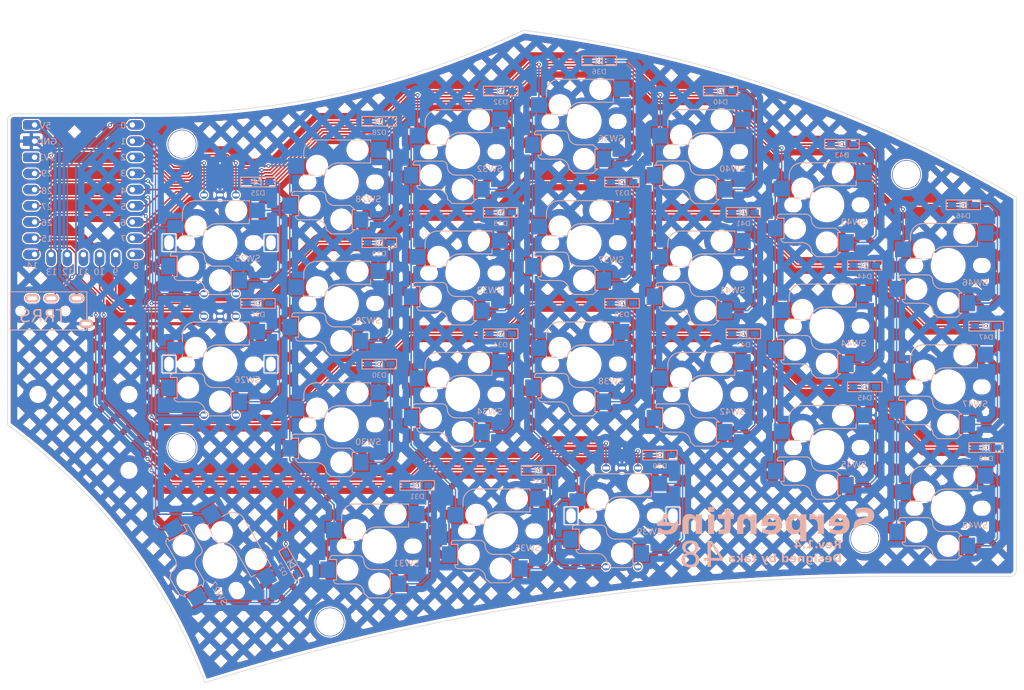
<source format=kicad_pcb>
(kicad_pcb (version 20240108) (generator "pcbnew") (generator_version "8.0")
  (layers (0 "F.Cu" signal) (31 "B.Cu" signal) (34 "B.Paste" user) (35 "F.Paste" user) (36 "B.SilkS" user "B.Silkscreen") (37 "F.SilkS" user "F.Silkscreen") (38 "B.Mask" user) (39 "F.Mask" user) (44 "Edge.Cuts" user))
  (net 0 "")
  (net 1 "Row4")
  (net 2 "Net-(D25-A)")
  (net 3 "Net-(D26-A)")
  (net 4 "Row5")
  (net 5 "Row7")
  (net 6 "Net-(D27-A)")
  (net 7 "Net-(D28-A)")
  (net 8 "Net-(D29-A)")
  (net 9 "Net-(D30-A)")
  (net 10 "Row6")
  (net 11 "Net-(D31-A)")
  (net 12 "Net-(D32-A)")
  (net 13 "Net-(D33-A)")
  (net 14 "Net-(D34-A)")
  (net 15 "Net-(D35-A)")
  (net 16 "Net-(D36-A)")
  (net 17 "Net-(D37-A)")
  (net 18 "Net-(D38-A)")
  (net 19 "Net-(D39-A)")
  (net 20 "Net-(D40-A)")
  (net 21 "Net-(D41-A)")
  (net 22 "Net-(D42-A)")
  (net 23 "Net-(D43-A)")
  (net 24 "Net-(D44-A)")
  (net 25 "Net-(D45-A)")
  (net 26 "Net-(D46-A)")
  (net 27 "Net-(D47-A)")
  (net 28 "Net-(D48-A)")
  (net 30 "DATA_R")
  (net 31 "GNDR")
  (net 32 "+5VR")
  (net 33 "Col7")
  (net 34 "RE5A")
  (net 35 "RE5B")
  (net 36 "RE6A")
  (net 37 "RE6B")
  (net 38 "Col8")
  (net 39 "Col9")
  (net 40 "Col10")
  (net 41 "RE4A")
  (net 42 "RE4B")
  (net 43 "Col11")
  (net 44 "Col12")
  (net 45 "Col13")
  (net 48 "+3V3R")
  (footprint "kbd_Parts:Diode_SMD" (layer "F.Cu") (at 195.45318 64.2938)
    (property "Reference" "D43")
    (property "Value" "D" (hide yes))
  )
  (footprint "kbd_Parts:Diode_SMD" (layer "F.Cu") (at 128.77818 117.871925)
    (property "Reference" "D31")
    (property "Value" "D" (hide yes))
  )
  (footprint "kbd_Parts:Diode_SMD" (layer "F.Cu") (at 103.775055 70.246925)
    (property "Reference" "D25")
    (property "Value" "D" (hide yes))
  )
  (footprint "taka_lib:Kailh FullPOM MX_Hotswap" (layer "F.Cu") (at 122.825055 127.396925)
    (property "Reference" "SW31" (hide yes))
    (property "Value" "SW_Push" (hide yes))
  )
  (footprint "taka_lib:Kailh FullPOM MX_Hotswap" (layer "F.Cu") (at 135.92193 65.484425)
    (property "Reference" "SW32" (hide yes))
    (property "Value" "SW_Push" (hide yes))
  )
  (footprint "kbd_Parts:Diode_SMD" (layer "F.Cu") (at 141.875055 94.059425)
    (property "Reference" "D34")
    (property "Value" "D" (hide yes))
  )
  (footprint "taka_lib:Kailh FullPOM MX_Hotswap_RE" (layer "F.Cu") (at 97.82193 98.821925)
    (property "Reference" "SW26" (hide yes))
    (property "Value" "RotaryEncoder_Switch" (hide yes))
  )
  (footprint "taka_lib:Kailh FullPOM MX_Hotswap_RE" (layer "F.Cu") (at 97.82193 79.771925)
    (property "Reference" "SW25" (hide yes))
    (property "Value" "RotaryEncoder_Switch" (hide yes))
  )
  (footprint "taka_lib:Kailh FullPOM MX_Hotswap" (layer "F.Cu") (at 116.87193 108.346925)
    (property "Reference" "SW30" (hide yes))
    (property "Value" "SW_Push" (hide yes))
  )
  (footprint "kbd_Parts:Diode_SMD" (layer "F.Cu") (at 199.025055 83.3438)
    (property "Reference" "D44")
    (property "Value" "D" (hide yes))
  )
  (footprint "kbd_Parts:Diode_SMD" (layer "F.Cu") (at 218.075055 111.9188)
    (property "Reference" "D48")
    (property "Value" "D" (hide yes))
  )
  (footprint "kbd_Parts:Diode_SMD" (layer "F.Cu") (at 141.875055 55.959425)
    (property "Reference" "D32")
    (property "Value" "D" (hide yes))
  )
  (footprint "kbd_Parts:Diode_SMD" (layer "F.Cu") (at 176.40318 55.959425)
    (property "Reference" "D40")
    (property "Value" "D" (hide yes))
  )
  (footprint "kbd_Parts:Diode_SMD" (layer "F.Cu") (at 218.075055 92.8688)
    (property "Reference" "D47")
    (property "Value" "D" (hide yes))
  )
  (footprint "taka_lib:Kailh FullPOM MX_Hotswap" (layer "F.Cu") (at 212.12193 121.4438)
    (property "Reference" "SW48" (hide yes))
    (property "Value" "SW_Push" (hide yes))
  )
  (footprint "kbd_Parts:Diode_SMD" (layer "F.Cu") (at 157.35318 51.196925)
    (property "Reference" "D36")
    (property "Value" "D" (hide yes))
  )
  (footprint "kbd_Parts:Diode_SMD" (layer "F.Cu") (at 103.775055 89.296925)
    (property "Reference" "D26")
    (property "Value" "D" (hide yes))
  )
  (footprint "taka_lib:Kailh FullPOM MX_Hotswap" (layer "F.Cu") (at 212.12193 102.3938)
    (property "Reference" "SW47" (hide yes))
    (property "Value" "SW_Push" (hide yes))
  )
  (footprint "kbd_Parts:Diode_SMD" (layer "F.Cu") (at 199.025055 102.3938)
    (property "Reference" "D45")
    (property "Value" "D" (hide yes))
  )
  (footprint "taka_lib:RP2040 Zero" (layer "F.Cu") (at 76.39068 71.43755)
    (property "Reference" "U2" (hide yes))
    (property "Value" "RP2040-Zero")
  )
  (footprint "taka_lib:Kailh FullPOM MX_Hotswap" (layer "F.Cu") (at 154.97193 60.721925)
    (property "Reference" "SW36" (hide yes))
    (property "Value" "SW_Push" (hide yes))
  )
  (footprint "taka_lib:Kailh FullPOM MX_Hotswap" (layer "F.Cu") (at 174.02193 65.484425)
    (property "Reference" "SW40" (hide yes))
    (property "Value" "SW_Push" (hide yes))
  )
  (footprint "kbd_Parts:Diode_SMD" (layer "F.Cu") (at 214.50318 73.818881)
    (property "Reference" "D46")
    (property "Value" "D" (hide yes))
  )
  (footprint "taka_lib:Kailh FullPOM MX_Hotswap" (layer "F.Cu") (at 97.82193 129.778175 -60)
    (property "Reference" "SW27" (hide yes))
    (property "Value" "SW_Push" (hide yes))
  )
  (footprint "kbd_Hole:m2_Screw_Hole" (layer "F.Cu") (at 69.24693 103.584425)
    (property "Reference" "Ref**")
    (property "Value" "Val**")
  )
  (footprint "kbd_Hole:m2_Screw_Hole" (layer "F.Cu") (at 83.53443 103.584425)
    (property "Reference" "Ref**")
    (property "Value" "Val**")
  )
  (footprint "taka_lib:Kailh FullPOM MX_Hotswap" (layer "F.Cu") (at 193.07193 111.9188)
    (property "Reference" "SW45" (hide yes))
    (property "Value" "SW_Push" (hide yes))
  )
  (footprint "taka_lib:Kailh FullPOM MX_Hotswap" (layer "F.Cu") (at 174.02193 84.534425)
    (property "Reference" "SW41" (hide yes))
    (property "Value" "SW_Push" (hide yes))
  )
  (footprint "kbd_Parts:Diode_SMD" (layer "F.Cu") (at 160.925055 89.296925)
    (property "Reference" "D38")
    (property "Value" "D" (hide yes))
  )
  (footprint "kbd_Parts:Diode_SMD" (layer "F.Cu") (at 122.825055 98.821925)
    (property "Reference" "D30")
    (property "Value" "D" (hide yes))
  )
  (footprint "taka_lib:Kailh FullPOM MX_Hotswap" (layer "F.Cu") (at 135.92193 84.534425)
    (property "Reference" "SW33" (hide yes))
    (property "Value" "SW_Push" (hide yes))
  )
  (footprint "taka_lib:Kailh FullPOM MX_Hotswap" (layer "F.Cu") (at 154.97193 79.771925)
    (property "Reference" "SW37" (hide yes))
    (property "Value" "SW_Push" (hide yes))
  )
  (footprint "kbd_Parts:Diode_SMD" (layer "F.Cu") (at 109.047383 130.17123 -60)
    (property "Reference" "D27")
    (property "Value" "D" (hide yes))
  )
  (footprint "kbd_Hole:m2_Spacer_Hole" (layer "F.Cu") (at 115.085862 139.303311)
    (property "Reference" "Ref**")
    (property "Value" "Val**")
  )
  (footprint "kbd_Hole:m2_Spacer_Hole" (layer "F.Cu") (at 205.573403 69.0563)
    (property "Reference" "Ref**")
    (property "Value" "Val**")
  )
  (footprint "kbd_Hole:m2_Screw_Hole" (layer "F.Cu") (at 83.53443 115.490675)
    (property "Reference" "Ref**")
    (property "Value" "Val**")
  )
  (footprint "taka_lib:Kailh FullPOM MX_Hotswap" (layer "F.Cu") (at 116.87193 70.246925)
    (property "Reference" "SW28" (hide yes))
    (property "Value" "SW_Push" (hide yes))
  )
  (footprint "taka_lib:Kailh FullPOM MX_Hotswap" (layer "F.Cu") (at 174.02193 103.584425)
    (property "Reference" "SW42" (hide yes))
    (property "Value" "SW_Push" (hide yes))
  )
  (footprint "taka_lib:Kailh FullPOM MX_Hotswap" (layer "F.Cu") (at 154.97193 98.821925)
    (property "Reference" "SW38" (hide yes))
    (property "Value" "SW_Push" (hide yes))
  )
  (footprint "taka_lib:Kailh FullPOM MX_Hotswap" (layer "F.Cu") (at 193.07193 73.8188)
    (property "Reference" "SW43" (hide yes))
    (property "Value" "SW_Push" (hide yes))
  )
  (footprint "kbd_Parts:Diode_SMD" (layer "F.Cu") (at 141.875055 75.009425)
    (property "Reference" "D33")
    (property "Value" "D" (hide yes))
  )
  (footprint "kbd_Parts:Diode_SMD" (layer "F.Cu") (at 122.825055 60.721925)
    (property "Reference" "D28")
    (property "Value" "D" (hide yes))
  )
  (footprint "kbd_Parts:Diode_SMD" (layer "F.Cu") (at 160.925055 70.246925)
    (property "Reference" "D37")
    (property "Value" "D" (hide yes))
  )
  (footprint "kbd_Parts:Diode_SMD" (layer "F.Cu") (at 179.975055 75.009425)
    (property "Reference" "D41")
    (property "Value" "D" (hide yes))
  )
  (footprint "kbd_Hole:m2_Spacer_Hole" (layer "F.Cu") (at 91.868805 111.9188)
    (property "Reference" "Ref**")
    (property "Value" "Val**")
  )
  (footprint "taka_lib:Kailh FullPOM MX_Hotswap" (layer "F.Cu") (at 141.875055 125.015675)
    (property "Reference" "SW35" (hide yes))
    (property "Value" "SW_Push" (hide yes))
  )
  (footprint "taka_lib:Kailh FullPOM MX_Hotswap_RE" (layer "F.Cu") (at 160.925055 122.634425)
    (property "Reference" "SW39" (hide yes))
    (property "Value" "RotaryEncoder_Switch" (hide yes))
  )
  (footprint "kbd_Parts:Diode_SMD" (layer "F.Cu") (at 166.87818 113.109425)
    (property "Reference" "D39")
    (property "Value" "D" (hide yes))
  )
  (footprint "kbd_Hole:m2_Spacer_Hole" (layer "F.Cu") (at 199.025055 126.2063)
    (property "Reference" "Ref**")
    (property "Value" "Val**")
  )
  (footprint "kbd_Parts:Diode_SMD" (layer "F.Cu") (at 147.82818 115.490675)
    (property "Reference" "D35")
    (property "Value" "D" (hide yes))
  )
  (footprint "taka_lib:Kailh FullPOM MX_Hotswap" (layer "F.Cu") (at 193.07193 92.8688)
    (property "Reference" "SW44" (hide yes))
    (property "Value" "SW_Push" (hide yes))
  )
  (footprint "taka_lib:Kailh FullPOM MX_Hotswap" (layer "F.Cu") (at 135.92193 103.584425)
    (property "Reference" "SW34" (hide yes))
    (property "Value" "SW_Push" (hide yes))
  )
  (footprint "kbd_Parts:Diode_SMD" (layer "F.Cu") (at 179.975055 94.059425)
    (property "Reference" "D42")
    (property "Value" "D" (hide yes))
  )
  (footprint "kbd_Parts:Diode_SMD" (layer "F.Cu") (at 122.825055 79.771925)
    (property "Reference" "D29")
    (property "Value" "D" (hide yes))
  )
  (footprint "taka_lib:Kailh FullPOM MX_Hotswap" (layer "F.Cu") (at 116.87193 89.296925)
    (property "Reference" "SW29" (hide yes))
    (property "Value" "SW_Push" (hide yes))
  )
  (footprint "kbd_Hole:m2_Spacer_Hole" (layer "F.Cu") (at 91.868805 64.2938)
    (property "Reference" "Ref**")
    (property "Value" "Val**")
  )
  (footprint "taka_lib:Kailh FullPOM MX_Hotswap" (layer "F.Cu") (at 212.12193 83.3438)
    (property "Reference" "SW46" (hide yes))
    (property "Value" "SW_Push" (hide yes))
  )
  (footprint "taka_lib:TRRS_MJ-4PP-9_1" (layer "B.Cu") (at 71.033064 90.48755 -90)
    (property "Reference" "JACK2")
    (property "Value" "MJ-4PP-9" (hide yes))
  )
  (gr_arc (start 79.962555 122.634425) (mid 88.847442 135.054222) (end 95.44068 148.828175) (stroke (width 0.1)) (layer "Edge.Cuts"))
  (gr_line (start 64.48443 108.346925) (end 64.48443 60.5313) (stroke (width 0.1)) (layer "Edge.Cuts"))
  (gr_arc (start 64.48443 108.346925) (mid 72.594786 115.088441) (end 79.962555 122.634425) (stroke (width 0.1)) (layer "Edge.Cuts"))
  (gr_arc (start 145.44693 46.434425) (mid 185.474298 55.595683) (end 222.837555 72.628175) (stroke (width 0.1)) (layer "Edge.Cuts"))
  (gr_arc (start 145.44693 46.434425) (mid 117.5891 56.112332) (end 88.29693 59.5313) (stroke (width 0.1)) (layer "Edge.Cuts"))
  (gr_line (start 65.48443 59.5313) (end 88.29693 59.5313) (stroke (width 0.1)) (layer "Edge.Cuts"))
  (gr_arc (start 95.44068 148.828175) (mid 148.390641 136.455602) (end 202.59693 132.159425) (stroke (width 0.1)) (layer "Edge.Cuts"))
  (gr_arc (start 64.48443 60.5313) (mid 64.777306 59.824176) (end 65.48443 59.5313) (stroke (width 0.1)) (layer "Edge.Cuts"))
  (gr_line (start 222.837555 72.628175) (end 222.837555 131.159425) (stroke (width 0.1)) (layer "Edge.Cuts"))
  (gr_arc (start 222.837555 131.159425) (mid 222.544704 131.866586) (end 221.837555 132.159425) (stroke (width 0.1)) (layer "Edge.Cuts"))
  (gr_line (start 221.837555 132.159425) (end 202.59693 132.159425) (stroke (width 0.1)) (layer "Edge.Cuts"))
  (gr_text "Serpentine" (at 183.547221 123.825173 0) (layer "B.SilkS") (effects (font (size 4 4) (thickness 0.3) (bold yes)) (justify mirror)))
  (gr_text "Rev.1.4\nDesigned by taka" (at 195.453481 130.149883 0) (layer "B.SilkS") (effects (font (size 1.3 1.3) (thickness 0.25) (bold yes)) (justify left bottom mirror)))
  (gr_text "48" (at 176.998778 131.340509 0) (layer "B.SilkS") (effects (font (size 4 4)) (justify left bottom mirror)))
  (segment (start 204.978489 73.818881) (end 195.453481 64.293873) (width 0.25) (layer "F.Cu") (net 1))
  (segment (start 161.938334 51.196987) (end 166.700838 55.959491) (width 0.25) (layer "F.Cu") (net 1))
  (segment (start 214.503497 73.818881) (end 204.978489 73.818881) (width 0.25) (layer "F.Cu") (net 1))
  (segment (start 141.875179 55.959359) (end 129.075591 55.959359) (width 0.25) (layer "F.Cu") (net 1))
  (segment (start 105.675817 68.346465) (end 113.300287 60.721995) (width 0.25) (layer "F.Cu") (net 1))
  (segment (start 195.453481 64.293873) (end 184.737847 64.293873) (width 0.25) (layer "F.Cu") (net 1))
  (segment (start 89.710288 69.956377) (end 93.14735 69.956377) (width 0.25) (layer "F.Cu") (net 1))
  (segment (start 128.519673 55.959359) (end 127.587931 55.959359) (width 0.25) (layer "F.Cu") (net 1))
  (segment (start 157.353449 51.196987) (end 161.938334 51.196987) (width 0.25) (layer "F.Cu") (net 1))
  (segment (start 71.767358 67.567943) (end 87.321854 67.567943) (width 0.25) (layer "F.Cu") (net 1))
  (segment (start 93.14735 69.956377) (end 94.757262 68.346465) (width 0.25) (layer "F.Cu") (net 1))
  (segment (start 129.075591 55.959359) (end 129.075459 55.959491) (width 0.25) (layer "F.Cu") (net 1))
  (segment (start 157.353449 51.196987) (end 146.637815 51.196987) (width 0.25) (layer "F.Cu") (net 1))
  (segment (start 128.519805 55.959491) (end 128.519673 55.959359) (width 0.25) (layer "F.Cu") (net 1))
  (segment (start 166.700838 55.959491) (end 176.403465 55.959491) (width 0.25) (layer "F.Cu") (net 1))
  (segment (start 127.587931 55.959359) (end 122.825295 60.721995) (width 0.25) (layer "F.Cu") (net 1))
  (segment (start 184.737847 64.293873) (end 176.403465 55.959491) (width 0.25) (layer "F.Cu") (net 1))
  (segment (start 141.875311 55.959491) (end 141.875179 55.959359) (width 0.25) (layer "F.Cu") (net 1))
  (segment (start 94.757262 68.346465) (end 104.370592 68.346465) (width 0.25) (layer "F.Cu") (net 1))
  (segment (start 146.637815 51.196987) (end 141.875311 55.959491) (width 0.25) (layer "F.Cu") (net 1))
  (segment (start 129.075459 55.959491) (end 128.519805 55.959491) (width 0.25) (layer "F.Cu") (net 1))
  (segment (start 113.300287 60.721995) (end 122.825295 60.721995) (width 0.25) (layer "F.Cu") (net 1))
  (segment (start 87.321854 67.567943) (end 89.710288 69.956377) (width 0.25) (layer "F.Cu") (net 1))
  (segment (start 70.437751 68.89755) (end 71.767358 67.567943) (width 0.25) (layer "F.Cu") (net 1))
  (segment (start 68.72068 68.89755) (end 70.437751 68.89755) (width 0.25) (layer "F.Cu") (net 1))
  (segment (start 104.370592 68.346465) (end 105.675817 68.346465) (width 0.25) (layer "F.Cu") (net 1))
  (via (at 141.875311 55.959491) (size 0.6) (drill 0.3) (layers "F.Cu" "B.Cu") (net 1))
  (via (at 104.370592 68.346465) (size 0.6) (drill 0.3) (layers "F.Cu" "B.Cu") (net 1))
  (via (at 195.453481 64.293873) (size 0.6) (drill 0.3) (layers "F.Cu" "B.Cu") (net 1))
  (via (at 122.825295 60.721995) (size 0.6) (drill 0.3) (layers "F.Cu" "B.Cu") (net 1))
  (via (at 214.503497 73.818881) (size 0.6) (drill 0.3) (layers "F.Cu" "B.Cu") (net 1))
  (via (at 157.353449 51.196987) (size 0.6) (drill 0.3) (layers "F.Cu" "B.Cu") (net 1))
  (via (at 176.403465 55.959491) (size 0.6) (drill 0.3) (layers "F.Cu" "B.Cu") (net 1))
  (segment (start 122.825295 60.721995) (end 121.050125 60.721995) (width 0.25) (layer "B.Cu") (net 1))
  (segment (start 157.353449 51.196987) (end 155.578242 51.196987) (width 0.25) (layer "B.Cu") (net 1))
  (segment (start 212.72818 73.818881) (end 214.503497 73.818881) (width 0.25) (layer "B.Cu") (net 1))
  (segment (start 195.453481 64.293873) (end 193.678253 64.293873) (width 0.25) (layer "B.Cu") (net 1))
  (segment (start 176.403465 55.959491) (end 174.628246 55.959491) (width 0.25) (layer "B.Cu") (net 1))
  (segment (start 104.370592 68.346465) (end 104.370592 69.65169) (width 0.25) (layer "B.Cu") (net 1))
  (segment (start 103.775357 70.246925) (end 102.000055 70.246925) (width 0.25) (layer "B.Cu") (net 1))
  (segment (start 104.370592 69.65169) (end 103.775357 70.246925) (width 0.25) (layer "B.Cu") (net 1))
  (segment (start 141.875311 55.959491) (end 140.100121 55.959491) (width 0.25) (layer "B.Cu") (net 1))
  (segment (start 107.158093 70.642241) (end 106.762855 70.247003) (width 0.25) (layer "B.Cu") (net 2))
  (segment (start 107.158093 74.296843) (end 107.158093 73.818959) (width 0.25) (layer "B.Cu") (net 2))
  (segment (start 107.158093 75.604898) (end 107.158093 75.009585) (width 0.25) (layer "B.Cu") (net 2))
  (segment (start 107.158093 73.818959) (end 107.158093 70.642241) (width 0.25) (layer "B.Cu") (net 2))
  (segment (start 105.625523 85.672003) (end 107.158093 84.139433) (width 0.25) (layer "B.Cu") (net 2))
  (segment (start 107.158093 74.692003) (end 107.158093 75.009585) (width 0.25) (layer "B.Cu") (net 2))
  (segment (start 106.762933 74.692003) (end 107.158093 74.692003) (width 0.25) (layer "B.Cu") (net 2))
  (segment (start 103.675093 74.692003) (end 106.762933 74.692003) (width 0.25) (layer "B.Cu") (net 2))
  (segment (start 107.158093 75.087163) (end 107.158093 75.604898) (width 0.25) (layer "B.Cu") (net 2))
  (segment (start 106.762855 70.247003) (end 105.561218 70.247003) (width 0.25) (layer "B.Cu") (net 2))
  (segment (start 107.158093 84.139433) (end 107.158093 75.60482) (width 0.25) (layer "B.Cu") (net 2))
  (segment (start 100.333093 87.772003) (end 100.333093 86.272003) (width 0.25) (layer "B.Cu") (net 2))
  (segment (start 107.158093 75.009585) (end 107.158093 73.818959) (width 0.25) (layer "B.Cu") (net 2))
  (segment (start 100.933093 85.672003) (end 105.625523 85.672003) (width 0.25) (layer "B.Cu") (net 2))
  (arc (start 106.762933 74.692003) (mid 107.042353 74.576263) (end 107.158093 74.296843) (width 0.25) (layer "B.Cu") (net 2))
  (arc (start 106.762933 74.692003) (mid 107.042353 74.807743) (end 107.158093 75.087163) (width 0.25) (layer "B.Cu") (net 2))
  (segment (start 107.158093 93.742019) (end 107.158093 94.059601) (width 0.25) (layer "B.Cu") (net 3))
  (segment (start 107.158093 92.868975) (end 107.158093 89.692257) (width 0.25) (layer "B.Cu") (net 3))
  (segment (start 107.158093 94.654914) (end 107.158093 94.059601) (width 0.25) (layer "B.Cu") (net 3))
  (segment (start 106.762855 89.297019) (end 105.561218 89.297019) (width 0.25) (layer "B.Cu") (net 3))
  (segment (start 100.333093 106.822019) (end 100.333093 105.322019) (width 0.25) (layer "B.Cu") (net 3))
  (segment (start 107.158093 94.059601) (end 107.158093 92.868975) (width 0.25) (layer "B.Cu") (net 3))
  (segment (start 107.158093 89.692257) (end 106.762855 89.297019) (width 0.25) (layer "B.Cu") (net 3))
  (segment (start 107.158093 103.189449) (end 107.158093 94.654836) (width 0.25) (layer "B.Cu") (net 3))
  (segment (start 103.675093 93.742019) (end 106.762933 93.742019) (width 0.25) (layer "B.Cu") (net 3))
  (segment (start 106.762933 93.742019) (end 107.158093 93.742019) (width 0.25) (layer "B.Cu") (net 3))
  (segment (start 107.158093 94.137179) (end 107.158093 94.654914) (width 0.25) (layer "B.Cu") (net 3))
  (segment (start 107.158093 93.346859) (end 107.158093 92.868975) (width 0.25) (layer "B.Cu") (net 3))
  (segment (start 105.625523 104.722019) (end 107.158093 103.189449) (width 0.25) (layer "B.Cu") (net 3))
  (segment (start 100.933093 104.722019) (end 105.625523 104.722019) (width 0.25) (layer "B.Cu") (net 3))
  (arc (start 106.762933 93.742019) (mid 107.042353 93.857759) (end 107.158093 94.137179) (width 0.25) (layer "B.Cu") (net 3))
  (arc (start 106.762933 93.742019) (mid 107.042353 93.626279) (end 107.158093 93.346859) (width 0.25) (layer "B.Cu") (net 3))
  (segment (start 70.437751 71.437629) (end 71.772663 70.102717) (width 0.25) (layer "F.Cu") (net 4))
  (segment (start 165.687831 75.009507) (end 160.925327 70.247003) (width 0.25) (layer "F.Cu") (net 4))
  (segment (start 103.775279 89.297019) (end 113.300287 79.772011) (width 0.25) (layer "F.Cu") (net 4))
  (segment (start 141.875311 75.009507) (end 127.587799 75.009507) (width 0.25) (layer "F.Cu") (net 4))
  (segment (start 68.72068 71.43755) (end 70.437672 71.43755) (width 0.25) (layer "F.Cu") (net 4))
  (segment (start 70.437672 71.43755) (end 70.437751 71.437629) (width 0.25) (layer "F.Cu") (net 4))
  (segment (start 199.025359 83.343889) (end 188.309725 83.343889) (width 0.25) (layer "F.Cu") (net 4))
  (segment (start 71.772663 70.102717) (end 86.511202 70.102717) (width 0.25) (layer "F.Cu") (net 4))
  (segment (start 113.300287 79.772011) (end 122.825295 79.772011) (width 0.25) (layer "F.Cu") (net 4))
  (segment (start 208.550367 92.868897) (end 199.025359 83.343889) (width 0.25) (layer "F.Cu") (net 4))
  (segment (start 127.587799 75.009507) (end 122.825295 79.772011) (width 0.25) (layer "F.Cu") (net 4))
  (segment (start 179.975343 75.009507) (end 165.687831 75.009507) (width 0.25) (layer "F.Cu") (net 4))
  (segment (start 146.637815 70.247003) (end 141.875311 75.009507) (width 0.25) (layer "F.Cu") (net 4))
  (segment (start 87.076828 89.297019) (end 103.775279 89.297019) (width 0.25) (layer "F.Cu") (net 4))
  (segment (start 160.925327 70.247003) (end 146.637815 70.247003) (width 0.25) (layer "F.Cu") (net 4))
  (segment (start 188.309725 83.343889) (end 179.975343 75.009507) (width 0.25) (layer "F.Cu") (net 4))
  (segment (start 218.075375 92.868897) (end 208.550367 92.868897) (width 0.25) (layer "F.Cu") (net 4))
  (via (at 103.775279 89.297019) (size 0.6) (drill 0.3) (layers "F.Cu" "B.Cu") (net 4))
  (via (at 179.975343 75.009507) (size 0.6) (drill 0.3) (layers "F.Cu" "B.Cu") (net 4))
  (via (at 141.875311 75.009507) (size 0.6) (drill 0.3) (layers "F.Cu" "B.Cu") (net 4))
  (via (at 199.025359 83.343889) (size 0.6) (drill 0.3) (layers "F.Cu" "B.Cu") (net 4))
  (via (at 86.511202 70.102717) (size 0.6) (drill 0.3) (layers "F.Cu" "B.Cu") (net 4))
  (via (at 218.075375 92.868897) (size 0.6) (drill 0.3) (layers "F.Cu" "B.Cu") (net 4))
  (via (at 160.925327 70.247003) (size 0.6) (drill 0.3) (layers "F.Cu" "B.Cu") (net 4))
  (via (at 122.825295 79.772011) (size 0.6) (drill 0.3) (layers "F.Cu" "B.Cu") (net 4))
  (via (at 87.076828 89.297019) (size 0.6) (drill 0.3) (layers "F.Cu" "B.Cu") (net 4))
  (segment (start 87.248352 70.839867) (end 87.248352 88.878007) (width 0.25) (layer "B.Cu") (net 4))
  (segment (start 87.076828 89.297019) (end 87.076828 89.049531) (width 0.25) (layer "B.Cu") (net 4))
  (segment (start 103.775279 89.297019) (end 102.000149 89.297019) (width 0.25) (layer "B.Cu") (net 4))
  (segment (start 122.825295 79.772011) (end 121.050141 79.772011) (width 0.25) (layer "B.Cu") (net 4))
  (segment (start 87.076828 89.049531) (end 87.248352 88.878007) (width 0.25) (layer "B.Cu") (net 4))
  (segment (start 141.875311 75.009507) (end 140.100137 75.009507) (width 0.25) (layer "B.Cu") (net 4))
  (segment (start 86.511202 70.102717) (end 87.248352 70.839867) (width 0.25) (layer "B.Cu") (net 4))
  (segment (start 179.975343 75.009507) (end 178.200137 75.009507) (width 0.25) (layer "B.Cu") (net 4))
  (segment (start 160.925327 70.247003) (end 159.150133 70.247003) (width 0.25) (layer "B.Cu") (net 4))
  (segment (start 218.075278 92.8688) (end 218.075375 92.868897) (width 0.25) (layer "B.Cu") (net 4))
  (segment (start 199.025359 83.343889) (end 197.250144 83.343889) (width 0.25) (layer "B.Cu") (net 4))
  (segment (start 216.300055 92.8688) (end 218.075278 92.8688) (width 0.25) (layer "B.Cu") (net 4))
  (segment (start 108.159883 127.019151) (end 108.159883 118.467356) (width 0.25) (layer "F.Cu") (net 5))
  (segment (start 118.062791 117.872043) (end 128.778425 117.872043) (width 0.25) (layer "F.Cu") (net 5))
  (segment (start 110.323722 117.872043) (end 118.062791 117.872043) (width 0.25) (layer "F.Cu") (net 5))
  (segment (start 68.72068 76.51755) (end 70.437751 76.51755) (width 0.25) (layer "F.Cu") (net 5))
  (segment (start 147.828441 115.490791) (end 130.912189 115.490791) (width 0.25) (layer "F.Cu") (net 5))
  (segment (start 70.437751 76.51755) (end 71.752831 75.20247) (width 0.25) (layer "F.Cu") (net 5))
  (segment (start 128.778425 117.624555) (end 128.778425 117.872043) (width 0.25) (layer "F.Cu") (net 5))
  (segment (start 108.755196 117.872043) (end 110.323722 117.872043) (width 0.25) (layer "F.Cu") (net 5))
  (segment (start 85.771002 75.20247) (end 86.173352 75.60482) (width 0.25) (layer "F.Cu") (net 5))
  (segment (start 89.45808 117.872043) (end 110.323722 117.872043) (width 0.25) (layer "F.Cu") (net 5))
  (segment (start 71.752831 75.20247) (end 85.771002 75.20247) (width 0.25) (layer "F.Cu") (net 5))
  (segment (start 147.828441 115.243303) (end 147.828441 115.490791) (width 0.25) (layer "F.Cu") (net 5))
  (segment (start 107.94247 117.872043) (end 107.347157 117.872043) (width 0.25) (layer "F.Cu") (net 5))
  (segment (start 87.076828 115.490791) (end 89.45808 117.872043) (width 0.25) (layer "F.Cu") (net 5))
  (segment (start 107.56457 117.872043) (end 107.347157 117.872043) (width 0.25) (layer "F.Cu") (net 5))
  (segment (start 166.878457 113.109539) (end 149.962205 113.109539) (width 0.25) (layer "F.Cu") (net 5))
  (segment (start 130.912189 115.490791) (end 128.778425 117.624555) (width 0.25) (layer "F.Cu") (net 5))
  (segment (start 118.062791 117.872043) (end 107.94247 117.872043) (width 0.25) (layer "F.Cu") (net 5))
  (segment (start 149.962205 113.109539) (end 147.828441 115.243303) (width 0.25) (layer "F.Cu") (net 5))
  (segment (start 108.159883 118.467356) (end 108.159883 118.089456) (width 0.25) (layer "F.Cu") (net 5))
  (via (at 166.878457 113.109539) (size 0.6) (drill 0.3) (layers "F.Cu" "B.Cu") (net 5))
  (via (at 108.159883 127.019151) (size 0.6) (drill 0.3) (layers "F.Cu" "B.Cu") (net 5))
  (via (at 128.778425 117.872043) (size 0.6) (drill 0.3) (layers "F.Cu" "B.Cu") (net 5))
  (via (at 87.076828 115.490791) (size 0.6) (drill 0.3) (layers "F.Cu" "B.Cu") (net 5))
  (via (at 86.173352 75.60482) (size 0.6) (drill 0.3) (layers "F.Cu" "B.Cu") (net 5))
  (via (at 147.828441 115.490791) (size 0.6) (drill 0.3) (layers "F.Cu" "B.Cu") (net 5))
  (arc (start 108.159883 118.467356) (mid 108.334246 118.046406) (end 108.755196 117.872043) (width 0.25) (layer "F.Cu") (net 5))
  (arc (start 108.159883 118.089456) (mid 108.096204 117.935722) (end 107.94247 117.872043) (width 0.25) (layer "F.Cu") (net 5))
  (arc (start 108.159883 118.467356) (mid 107.98552 118.046406) (end 107.56457 117.872043) (width 0.25) (layer "F.Cu") (net 5))
  (segment (start 86.001828 89.742299) (end 86.626828 90.367299) (width 0.25) (layer "B.Cu") (net 5))
  (segment (start 86.348352 88.505215) (end 86.001828 88.851739) (width 0.25) (layer "B.Cu") (net 5))
  (segment (start 86.451828 107.415293) (end 87.076828 108.040292) (width 0.25) (layer "B.Cu") (net 5))
  (segment (start 86.001828 88.851739) (end 86.001828 89.742299) (width 0.25) (layer "B.Cu") (net 5))
  (segment (start 86.626828 106.722525) (end 86.451828 106.897525) (width 0.25) (layer "B.Cu") (net 5))
  (segment (start 86.348352 75.77982) (end 86.348352 88.505215) (width 0.25) (layer "B.Cu") (net 5))
  (segment (start 147.828441 115.490791) (end 146.053296 115.490791) (width 0.25) (layer "B.Cu") (net 5))
  (segment (start 86.173352 75.60482) (end 86.348352 75.77982) (width 0.25) (layer "B.Cu") (net 5))
  (segment (start 86.626828 90.367299) (end 86.626828 106.722525) (width 0.25) (layer "B.Cu") (net 5))
  (segment (start 166.878343 113.109425) (end 166.878457 113.109539) (width 0.25) (layer "B.Cu") (net 5))
  (segment (start 165.10318 113.109425) (end 166.878343 113.109425) (width 0.25) (layer "B.Cu") (net 5))
  (segment (start 86.451828 106.897525) (end 86.451828 107.415293) (width 0.25) (layer "B.Cu") (net 5))
  (segment (start 87.076828 108.040292) (end 87.076828 115.490791) (width 0.25) (layer "B.Cu") (net 5))
  (segment (start 108.159883 127.019151) (end 108.159883 128.634035) (width 0.25) (layer "B.Cu") (net 5))
  (segment (start 128.778425 117.872043) (end 127.003298 117.872043) (width 0.25) (layer "B.Cu") (net 5))
  (segment (start 105.142339 135.13612) (end 105.142339 135.24052) (width 0.25) (layer "B.Cu") (net 6))
  (segment (start 105.142339 132.297495) (end 105.142339 134.540807) (width 0.25) (layer "B.Cu") (net 6))
  (segment (start 106.156531 136.254712) (end 106.823878 136.254712) (width 0.25) (layer "B.Cu") (net 6))
  (segment (start 105.142339 134.540807) (end 105.142339 136.078278) (width 0.25) (layer "B.Cu") (net 6))
  (segment (start 105.142339 135.482965) (end 105.142339 135.835833) (width 0.25) (layer "B.Cu") (net 6))
  (segment (start 105.561218 136.254712) (end 106.156531 136.254712) (width 0.25) (layer "B.Cu") (net 6))
  (segment (start 104.370592 136.254712) (end 104.965905 136.254712) (width 0.25) (layer "B.Cu") (net 6))
  (segment (start 95.104238 136.254712) (end 104.370592 136.254712) (width 0.25) (layer "B.Cu") (net 6))
  (segment (start 106.823878 136.254712) (end 109.934883 133.143707) (width 0.25) (layer "B.Cu") (net 6))
  (segment (start 105.142339 134.540807) (end 105.142339 135.13612) (width 0.25) (layer "B.Cu") (net 6))
  (segment (start 105.142339 135.24052) (end 105.142339 135.482965) (width 0.25) (layer "B.Cu") (net 6))
  (segment (start 109.934883 133.143707) (end 109.934883 131.708425) (width 0.25) (layer "B.Cu") (net 6))
  (segment (start 105.142339 136.078278) (end 104.965905 136.254712) (width 0.25) (layer "B.Cu") (net 6))
  (segment (start 95.104238 136.254712) (end 94.26238 135.412854) (width 0.25) (layer "B.Cu") (net 6))
  (segment (start 104.965905 136.254712) (end 105.561218 136.254712) (width 0.25) (layer "B.Cu") (net 6))
  (segment (start 105.142339 135.13612) (end 105.142339 135.482965) (width 0.25) (layer "B.Cu") (net 6))
  (arc (start 105.142339 135.482965) (mid 104.9163 136.028673) (end 104.370592 136.254712) (width 0.25) (layer "B.Cu") (net 6))
  (arc (start 105.561218 136.254712) (mid 105.265026 136.132025) (end 105.142339 135.835833) (width 0.25) (layer "B.Cu") (net 6))
  (arc (start 105.142339 135.24052) (mid 105.439389 135.957662) (end 106.156531 136.254712) (width 0.25) (layer "B.Cu") (net 6))
  (segment (start 124.026914 65.166995) (end 124.333506 65.166995) (width 0.25) (layer "B.Cu") (net 7))
  (segment (start 124.611234 64.293954) (end 124.611234 64.889267) (width 0.25) (layer "B.Cu") (net 7))
  (segment (start 124.611234 64.889267) (end 124.611234 66.67512) (width 0.25) (layer "B.Cu") (net 7))
  (segment (start 123.473734 76.146995) (end 124.611234 75.009495) (width 0.25) (layer "B.Cu") (net 7))
  (segment (start 122.725109 65.166995) (end 124.026914 65.166995) (width 0.25) (layer "B.Cu") (net 7))
  (segment (start 124.611234 64.582675) (end 124.611234 64.293954) (width 0.25) (layer "B.Cu") (net 7))
  (segment (start 124.611234 65.751315) (end 124.611234 66.67512) (width 0.25) (layer "B.Cu") (net 7))
  (segment (start 124.611234 60.721995) (end 124.611234 64.293954) (width 0.25) (layer "B.Cu") (net 7))
  (segment (start 124.611234 66.67512) (end 124.611234 75.009495) (width 0.25) (layer "B.Cu") (net 7))
  (segment (start 119.983109 76.146995) (end 123.473734 76.146995) (width 0.25) (layer "B.Cu") (net 7))
  (arc (start 124.026914 65.166995) (mid 124.440091 64.995852) (end 124.611234 64.582675) (width 0.25) (layer "B.Cu") (net 7))
  (arc (start 124.333506 65.166995) (mid 124.529889 65.08565) (end 124.611234 64.889267) (width 0.25) (layer "B.Cu") (net 7))
  (arc (start 124.026914 65.166995) (mid 124.440091 65.338138) (end 124.611234 65.751315) (width 0.25) (layer "B.Cu") (net 7))
  (segment (start 124.026914 84.217011) (end 124.333506 84.217011) (width 0.25) (layer "B.Cu") (net 8))
  (segment (start 124.611234 79.772011) (end 124.611234 83.34397) (width 0.25) (layer "B.Cu") (net 8))
  (segment (start 124.611234 83.632691) (end 124.611234 83.34397) (width 0.25) (layer "B.Cu") (net 8))
  (segment (start 124.611234 83.939283) (end 124.611234 85.725136) (width 0.25) (layer "B.Cu") (net 8))
  (segment (start 119.983109 95.197011) (end 123.473734 95.197011) (width 0.25) (layer "B.Cu") (net 8))
  (segment (start 124.611234 85.725136) (end 124.611234 94.059511) (width 0.25) (layer "B.Cu") (net 8))
  (segment (start 122.725109 84.217011) (end 124.026914 84.217011) (width 0.25) (layer "B.Cu") (net 8))
  (segment (start 124.611234 83.34397) (end 124.611234 83.939283) (width 0.25) (layer "B.Cu") (net 8))
  (segment (start 123.473734 95.197011) (end 124.611234 94.059511) (width 0.25) (layer "B.Cu") (net 8))
  (segment (start 124.611234 84.801331) (end 124.611234 85.725136) (width 0.25) (layer "B.Cu") (net 8))
  (arc (start 124.026914 84.217011) (mid 124.440091 84.045868) (end 124.611234 83.632691) (width 0.25) (layer "B.Cu") (net 8))
  (arc (start 124.026914 84.217011) (mid 124.440091 84.388154) (end 124.611234 84.801331) (width 0.25) (layer "B.Cu") (net 8))
  (arc (start 124.333506 84.217011) (mid 124.529889 84.135666) (end 124.611234 83.939283) (width 0.25) (layer "B.Cu") (net 8))
  (segment (start 124.026914 103.267027) (end 124.333506 103.267027) (width 0.25) (layer "B.Cu") (net 9))
  (segment (start 124.611234 102.682707) (end 124.611234 102.393986) (width 0.25) (layer "B.Cu") (net 9))
  (segment (start 119.983109 114.247027) (end 123.473734 114.247027) (width 0.25) (layer "B.Cu") (net 9))
  (segment (start 124.611234 102.393986) (end 124.611234 102.989299) (width 0.25) (layer "B.Cu") (net 9))
  (segment (start 124.611234 98.822027) (end 124.611234 102.393986) (width 0.25) (layer "B.Cu") (net 9))
  (segment (start 122.725109 103.267027) (end 124.026914 103.267027) (width 0.25) (layer "B.Cu") (net 9))
  (segment (start 124.611234 104.775152) (end 124.611234 113.109527) (width 0.25) (layer "B.Cu") (net 9))
  (segment (start 123.473734 114.247027) (end 124.611234 113.109527) (width 0.25) (layer "B.Cu") (net 9))
  (segment (start 124.611234 103.851347) (end 124.611234 104.775152) (width 0.25) (layer "B.Cu") (net 9))
  (segment (start 124.611234 102.989299) (end 124.611234 104.775152) (width 0.25) (layer "B.Cu") (net 9))
  (arc (start 124.333506 103.267027) (mid 124.529889 103.185682) (end 124.611234 102.989299) (width 0.25) (layer "B.Cu") (net 9))
  (arc (start 124.026914 103.267027) (mid 124.440091 103.095884) (end 124.611234 102.682707) (width 0.25) (layer "B.Cu") (net 9))
  (arc (start 124.026914 103.267027) (mid 124.440091 103.43817) (end 124.611234 103.851347) (width 0.25) (layer "B.Cu") (net 9))
  (segment (start 165.687591 94.059421) (end 160.925087 89.296917) (width 0.25) (layer "F.Cu") (net 10))
  (segment (start 208.550127 111.918811) (end 199.025119 102.393803) (width 0.25) (layer "F.Cu") (net 10))
  (segment (start 71.628537 72.628095) (end 70.279082 73.97755) (width 0.25) (layer "F.Cu") (net 10))
  (segment (start 87.076828 107.156409) (end 88.017108 108.096689) (width 0.25) (layer "F.Cu") (net 10))
  (segment (start 86.511202 72.628095) (end 71.628537 72.628095) (width 0.25) (layer "F.Cu") (net 10))
  (segment (start 70.279082 73.97755) (end 68.72068 73.97755) (width 0.25) (layer "F.Cu") (net 10))
  (segment (start 88.017108 108.096689) (end 107.597503 108.096689) (width 0.25) (layer "F.Cu") (net 10))
  (segment (start 179.975103 94.059421) (end 165.687591 94.059421) (width 0.25) (layer "F.Cu") (net 10))
  (segment (start 199.025119 102.393803) (end 188.309485 102.393803) (width 0.25) (layer "F.Cu") (net 10))
  (segment (start 141.875071 94.059421) (end 127.587559 94.059421) (width 0.25) (layer "F.Cu") (net 10))
  (segment (start 107.597503 108.096689) (end 116.872267 98.821925) (width 0.25) (layer "F.Cu") (net 10))
  (segment (start 127.587559 94.059421) (end 122.825055 98.821925) (width 0.25) (layer "F.Cu") (net 10))
  (segment (start 116.872267 98.821925) (end 122.825055 98.821925) (width 0.25) (layer "F.Cu") (net 10))
  (segment (start 188.309485 102.393803) (end 179.975103 94.059421) (width 0.25) (layer "F.Cu") (net 10))
  (segment (start 218.075135 111.918811) (end 208.550127 111.918811) (width 0.25) (layer "F.Cu") (net 10))
  (segment (start 160.925087 89.296917) (end 146.637575 89.296917) (width 0.25) (layer "F.Cu") (net 10))
  (segment (start 146.637575 89.296917) (end 141.875071 94.059421) (width 0.25) (layer "F.Cu") (net 10))
  (via (at 179.975103 94.059421) (size 0.6) (drill 0.3) (layers "F.Cu" "B.Cu") (net 10))
  (via (at 122.825055 98.821925) (size 0.6) (drill 0.3) (layers "F.Cu" "B.Cu") (net 10))
  (via (at 87.076828 107.156409) (size 0.6) (drill 0.3) (layers "F.Cu" "B.Cu") (net 10))
  (via (at 160.925087 89.296917) (size 0.6) (drill 0.3) (layers "F.Cu" "B.Cu") (net 10))
  (via (at 218.075135 111.918811) (size 0.6) (drill 0.3) (layers "F.Cu" "B.Cu") (net 10))
  (via (at 86.511202 72.628095) (size 0.6) (drill 0.3) (layers "F.Cu" "B.Cu") (net 10))
  (via (at 141.875071 94.059421) (size 0.6) (drill 0.3) (layers "F.Cu" "B.Cu") (net 10))
  (via (at 199.025119 102.393803) (size 0.6) (drill 0.3) (layers "F.Cu" "B.Cu") (net 10))
  (segment (start 179.975103 94.059421) (end 178.199897 94.059421) (width 0.25) (layer "B.Cu") (net 10))
  (segment (start 86.451828 89.555903) (end 87.076828 90.180903) (width 0.25) (layer "B.Cu") (net 10))
  (segment (start 122.825055 98.821925) (end 121.049901 98.821925) (width 0.25) (layer "B.Cu") (net 10))
  (segment (start 160.925087 89.296917) (end 159.149893 89.296917) (width 0.25) (layer "B.Cu") (net 10))
  (segment (start 86.798352 88.691611) (end 86.451828 89.038135) (width 0.25) (layer "B.Cu") (net 10))
  (segment (start 86.511202 72.628095) (end 86.798352 72.915245) (width 0.25) (layer "B.Cu") (net 10))
  (segment (start 141.875071 94.059421) (end 140.099897 94.059421) (width 0.25) (layer "B.Cu") (net 10))
  (segment (start 218.075038 111.918714) (end 218.075135 111.918811) (width 0.25) (layer "B.Cu") (net 10))
  (segment (start 86.451828 89.038135) (end 86.451828 89.555903) (width 0.25) (layer "B.Cu") (net 10))
  (segment (start 199.025119 102.393803) (end 197.249904 102.393803) (width 0.25) (layer "B.Cu") (net 10))
  (segment (start 87.076828 90.180903) (end 87.076828 107.156409) (width 0.25) (layer "B.Cu") (net 10))
  (segment (start 86.798352 72.915245) (end 86.798352 88.691611) (width 0.25) (layer "B.Cu") (net 10))
  (segment (start 216.299815 111.918714) (end 218.075038 111.918714) (width 0.25) (layer "B.Cu") (net 10))
  (segment (start 128.678239 122.317043) (end 129.980044 122.317043) (width 0.25) (layer "B.Cu") (net 11))
  (segment (start 130.564364 121.732723) (end 130.564364 121.444002) (width 0.25) (layer "B.Cu") (net 11))
  (segment (start 130.564364 121.444002) (end 130.564364 122.039315) (width 0.25) (layer "B.Cu") (net 11))
  (segment (start 130.564364 122.039315) (end 130.564364 123.825168) (width 0.25) (layer "B.Cu") (net 11))
  (segment (start 129.426864 133.297043) (end 130.564364 132.159543) (width 0.25) (layer "B.Cu") (net 11))
  (segment (start 129.980044 122.317043) (end 130.286636 122.317043) (width 0.25) (layer "B.Cu") (net 11))
  (segment (start 130.564364 117.872043) (end 130.564364 121.444002) (width 0.25) (layer "B.Cu") (net 11))
  (segment (start 125.936239 133.297043) (end 129.426864 133.297043) (width 0.25) (layer "B.Cu") (net 11))
  (segment (start 130.564364 122.901363) (end 130.564364 123.825168) (width 0.25) (layer "B.Cu") (net 11))
  (segment (start 130.564364 123.825168) (end 130.564364 132.159543) (width 0.25) (layer "B.Cu") (net 11))
  (arc (start 129.980044 122.317043) (mid 130.393221 122.488186) (end 130.564364 122.901363) (width 0.25) (layer "B.Cu") (net 11))
  (arc (start 130.286636 122.317043) (mid 130.483019 122.235698) (end 130.564364 122.039315) (width 0.25) (layer "B.Cu") (net 11))
  (arc (start 129.980044 122.317043) (mid 130.393221 122.1459) (end 130.564364 121.732723) (width 0.25) (layer "B.Cu") (net 11))
  (segment (start 143.66125 60.126763) (end 143.66125 61.912616) (width 0.25) (layer "B.Cu") (net 12))
  (segment (start 143.66125 60.988811) (end 143.66125 61.912616) (width 0.25) (layer "B.Cu") (net 12))
  (segment (start 143.66125 59.820171) (end 143.66125 59.53145) (width 0.25) (layer "B.Cu") (net 12))
  (segment (start 143.66125 55.959491) (end 143.66125 59.53145) (width 0.25) (layer "B.Cu") (net 12))
  (segment (start 142.52375 71.384491) (end 143.66125 70.246991) (width 0.25) (layer "B.Cu") (net 12))
  (segment (start 143.07693 60.404491) (end 143.383522 60.404491) (width 0.25) (layer "B.Cu") (net 12))
  (segment (start 139.033125 71.384491) (end 142.52375 71.384491) (width 0.25) (layer "B.Cu") (net 12))
  (segment (start 141.775125 60.404491) (end 143.07693 60.404491) (width 0.25) (layer "B.Cu") (net 12))
  (segment (start 143.66125 59.53145) (end 143.66125 60.126763) (width 0.25) (layer "B.Cu") (net 12))
  (segment (start 143.66125 61.912616) (end 143.66125 70.246991) (width 0.25) (layer "B.Cu") (net 12))
  (arc (start 143.07693 60.404491) (mid 143.490107 60.575634) (end 143.66125 60.988811) (width 0.25) (layer "B.Cu") (net 12))
  (arc (start 143.07693 60.404491) (mid 143.490107 60.233348) (end 143.66125 59.820171) (width 0.25) (layer "B.Cu") (net 12))
  (arc (start 143.383522 60.404491) (mid 143.579905 60.323146) (end 143.66125 60.126763) (width 0.25) (layer "B.Cu") (net 12))
  (segment (start 143.66125 79.176779) (end 143.66125 80.962632) (width 0.25) (layer "B.Cu") (net 13))
  (segment (start 142.52375 90.434507) (end 143.66125 89.297007) (width 0.25) (layer "B.Cu") (net 13))
  (segment (start 141.775125 79.454507) (end 143.07693 79.454507) (width 0.25) (layer "B.Cu") (net 13))
  (segment (start 143.66125 78.870187) (end 143.66125 78.581466) (width 0.25) (layer "B.Cu") (net 13))
  (segment (start 139.033125 90.434507) (end 142.52375 90.434507) (width 0.25) (layer "B.Cu") (net 13))
  (segment (start 143.66125 80.962632) (end 143.66125 89.297007) (width 0.25) (layer "B.Cu") (net 13))
  (segment (start 143.66125 80.038827) (end 143.66125 80.962632) (width 0.25) (layer "B.Cu") (net 13))
  (segment (start 143.07693 79.454507) (end 143.383522 79.454507) (width 0.25) (layer "B.Cu") (net 13))
  (segment (start 143.66125 78.581466) (end 143.66125 79.176779) (width 0.25) (layer "B.Cu") (net 13))
  (segment (start 143.66125 75.009507) (end 143.66125 78.581466) (width 0.25) (layer "B.Cu") (net 13))
  (arc (start 143.07693 79.454507) (mid 143.490107 79.62565) (end 143.66125 80.038827) (width 0.25) (layer "B.Cu") (net 13))
  (arc (start 143.383522 79.454507) (mid 143.579905 79.373162) (end 143.66125 79.176779) (width 0.25) (layer "B.Cu") (net 13))
  (arc (start 143.07693 79.454507) (mid 143.490107 79.283364) (end 143.66125 78.870187) (width 0.25) (layer "B.Cu") (net 13))
  (segment (start 142.52375 109.484523) (end 143.66125 108.347023) (width 0.25) (layer "B.Cu") (net 14))
  (segment (start 143.66125 98.226795) (end 143.66125 100.012648) (width 0.25) (layer "B.Cu") (net 14))
  (segment (start 143.66125 99.088843) (end 143.66125 100.012648) (width 0.25) (layer "B.Cu") (net 14))
  (segment (start 143.66125 100.012648) (end 143.66125 108.347023) (width 0.25) (layer "B.Cu") (net 14))
  (segment (start 143.66125 97.631482) (end 143.66125 98.226795) (width 0.25) (layer "B.Cu") (net 14))
  (segment (start 143.66125 94.059523) (end 143.66125 97.631482) (width 0.25) (layer "B.Cu") (net 14))
  (segment (start 143.66125 97.920203) (end 143.66125 97.631482) (width 0.25) (layer "B.Cu") (net 14))
  (segment (start 139.033125 109.484523) (end 142.52375 109.484523) (width 0.25) (layer "B.Cu") (net 14))
  (segment (start 141.775125 98.504523) (end 143.07693 98.504523) (width 0.25) (layer "B.Cu") (net 14))
  (segment (start 143.07693 98.504523) (end 143.383522 98.504523) (width 0.25) (layer "B.Cu") (net 14))
  (arc (start 143.07693 98.504523) (mid 143.490107 98.33338) (end 143.66125 97.920203) (width 0.25) (layer "B.Cu") (net 14))
  (arc (start 143.383522 98.504523) (mid 143.579905 98.423178) (end 143.66125 98.226795) (width 0.25) (layer "B.Cu") (net 14))
  (arc (start 143.07693 98.504523) (mid 143.490107 98.675666) (end 143.66125 99.088843) (width 0.25) (layer "B.Cu") (net 14))
  (segment (start 149.61438 119.06275) (end 149.61438 119.658063) (width 0.25) (layer "B.Cu") (net 15))
  (segment (start 144.986255 130.915791) (end 148.47688 130.915791) (width 0.25) (layer "B.Cu") (net 15))
  (segment (start 149.61438 121.443916) (end 149.61438 129.778291) (width 0.25) (layer "B.Cu") (net 15))
  (segment (start 147.728255 119.935791) (end 149.03006 119.935791) (width 0.25) (layer "B.Cu") (net 15))
  (segment (start 149.03006 119.935791) (end 149.336652 119.935791) (width 0.25) (layer "B.Cu") (net 15))
  (segment (start 148.47688 130.915791) (end 149.61438 129.778291) (width 0.25) (layer "B.Cu") (net 15))
  (segment (start 149.61438 115.490791) (end 149.61438 119.06275) (width 0.25) (layer "B.Cu") (net 15))
  (segment (start 149.61438 119.658063) (end 149.61438 121.443916) (width 0.25) (layer "B.Cu") (net 15))
  (segment (start 149.61438 120.520111) (end 149.61438 121.443916) (width 0.25) (layer "B.Cu") (net 15))
  (segment (start 149.61438 119.351471) (end 149.61438 119.06275) (width 0.25) (layer "B.Cu") (net 15))
  (arc (start 149.03006 119.935791) (mid 149.443237 120.106934) (end 149.61438 120.520111) (width 0.25) (layer "B.Cu") (net 15))
  (arc (start 149.03006 119.935791) (mid 149.443237 119.764648) (end 149.61438 119.351471) (width 0.25) (layer "B.Cu") (net 15))
  (arc (start 149.336652 119.935791) (mid 149.533035 119.854446) (end 149.61438 119.658063) (width 0.25) (layer "B.Cu") (net 15))
  (segment (start 158.083141 66.621987) (end 161.573766 66.621987) (width 0.25) (layer "B.Cu") (net 16))
  (segment (start 162.711266 55.364259) (end 162.711266 57.150112) (width 0.25) (layer "B.Cu") (net 16))
  (segment (start 162.711266 55.057667) (end 162.711266 54.768946) (width 0.25) (layer "B.Cu") (net 16))
  (segment (start 162.711266 56.226307) (end 162.711266 57.150112) (width 0.25) (layer "B.Cu") (net 16))
  (segment (start 161.573766 66.621987) (end 162.711266 65.484487) (width 0.25) (layer "B.Cu") (net 16))
  (segment (start 161.520641 51.196925) (end 162.711266 52.38755) (width 0.25) (layer "B.Cu") (net 16))
  (segment (start 162.711266 54.768946) (end 162.711266 55.364259) (width 0.25) (layer "B.Cu") (net 16))
  (segment (start 162.711266 52.38755) (end 162.711266 54.768946) (width 0.25) (layer "B.Cu") (net 16))
  (segment (start 162.711266 57.150112) (end 162.711266 65.484487) (width 0.25) (layer "B.Cu") (net 16))
  (segment (start 159.12818 51.196925) (end 161.520641 51.196925) (width 0.25) (layer "B.Cu") (net 16))
  (segment (start 160.825141 55.641987) (end 162.126946 55.641987) (width 0.25) (layer "B.Cu") (net 16))
  (segment (start 162.126946 55.641987) (end 162.433538 55.641987) (width 0.25) (layer "B.Cu") (net 16))
  (arc (start 162.126946 55.641987) (mid 162.540123 55.470844) (end 162.711266 55.057667) (width 0.25) (layer "B.Cu") (net 16))
  (arc (start 162.433538 55.641987) (mid 162.629921 55.560642) (end 162.711266 55.364259) (width 0.25) (layer "B.Cu") (net 16))
  (arc (start 162.126946 55.641987) (mid 162.540123 55.81313) (end 162.711266 56.226307) (width 0.25) (layer "B.Cu") (net 16))
  (segment (start 162.711266 70.247003) (end 162.711266 73.818962) (width 0.25) (layer "B.Cu") (net 17))
  (segment (start 161.573766 85.672003) (end 162.711266 84.534503) (width 0.25) (layer "B.Cu") (net 17))
  (segment (start 162.711266 73.818962) (end 162.711266 74.414275) (width 0.25) (layer "B.Cu") (net 17))
  (segment (start 162.711266 74.107683) (end 162.711266 73.818962) (width 0.25) (layer "B.Cu") (net 17))
  (segment (start 162.126946 74.692003) (end 162.433538 74.692003) (width 0.25) (layer "B.Cu") (net 17))
  (segment (start 162.711266 74.414275) (end 162.711266 76.200128) (width 0.25) (layer "B.Cu") (net 17))
  (segment (start 158.083141 85.672003) (end 161.573766 85.672003) (width 0.25) (layer "B.Cu") (net 17))
  (segment (start 162.711266 75.276323) (end 162.711266 76.200128) (width 0.25) (layer "B.Cu") (net 17))
  (segment (start 162.711266 76.200128) (end 162.711266 84.534503) (width 0.25) (layer "B.Cu") (net 17))
  (segment (start 160.825141 74.692003) (end 162.126946 74.692003) (width 0.25) (layer "B.Cu") (net 17))
  (arc (start 162.126946 74.692003) (mid 162.540123 74.52086) (end 162.711266 74.107683) (width 0.25) (layer "B.Cu") (net 17))
  (arc (start 162.126946 74.692003) (mid 162.540123 74.863146) (end 162.711266 75.276323) (width 0.25) (layer "B.Cu") (net 17))
  (arc (start 162.433538 74.692003) (mid 162.629921 74.610658) (end 162.711266 74.414275) (width 0.25) (layer "B.Cu") (net 17))
  (segment (start 162.711266 93.157699) (end 162.711266 92.868978) (width 0.25) (layer "B.Cu") (net 18))
  (segment (start 162.126946 93.742019) (end 162.433538 93.742019) (width 0.25) (layer "B.Cu") (net 18))
  (segment (start 158.083141 104.722019) (end 161.573766 104.722019) (width 0.25) (layer "B.Cu") (net 18))
  (segment (start 160.825141 93.742019) (end 162.126946 93.742019) (width 0.25) (layer "B.Cu") (net 18))
  (segment (start 162.711266 93.464291) (end 162.711266 95.250144) (width 0.25) (layer "B.Cu") (net 18))
  (segment (start 162.711266 89.297019) (end 162.711266 92.868978) (width 0.25) (layer "B.Cu") (net 18))
  (segment (start 162.711266 92.868978) (end 162.711266 93.464291) (width 0.25) (layer "B.Cu") (net 18))
  (segment (start 162.711266 95.250144) (end 162.711266 103.584519) (width 0.25) (layer "B.Cu") (net 18))
  (segment (start 161.573766 104.722019) (end 162.711266 103.584519) (width 0.25) (layer "B.Cu") (net 18))
  (segment (start 162.711266 94.326339) (end 162.711266 95.250144) (width 0.25) (layer "B.Cu") (net 18))
  (arc (start 162.126946 93.742019) (mid 162.540123 93.913162) (end 162.711266 94.326339) (width 0.25) (layer "B.Cu") (net 18))
  (arc (start 162.126946 93.742019) (mid 162.540123 93.570876) (end 162.711266 93.157699) (width 0.25) (layer "B.Cu") (net 18))
  (arc (start 162.433538 93.742019) (mid 162.629921 93.660674) (end 162.711266 93.464291) (width 0.25) (layer "B.Cu") (net 18))
  (segment (start 170.450335 116.681417) (end 170.450335 114.300165) (width 0.25) (layer "B.Cu") (net 19))
  (segment (start 170.450335 116.959112) (end 170.450335 116.681417) (width 0.25) (layer "B.Cu") (net 19))
  (segment (start 169.855022 117.554425) (end 170.132717 117.554425) (width 0.25) (layer "B.Cu") (net 19))
  (segment (start 166.767055 117.554425) (end 169.855022 117.554425) (width 0.25) (layer "B.Cu") (net 19))
  (segment (start 170.450335 119.062669) (end 170.450335 117.872043) (width 0.25) (layer "B.Cu") (net 19))
  (segment (start 170.450335 126.206425) (end 170.450335 119.062669) (width 0.25) (layer "B.Cu") (net 19))
  (segment (start 168.122335 128.534425) (end 170.450335 126.206425) (width 0.25) (layer "B.Cu") (net 19))
  (segment (start 169.259595 113.109425) (end 168.65318 113.109425) (width 0.25) (layer "B.Cu") (net 19))
  (segment (start 170.450335 118.149738) (end 170.450335 119.062669) (width 0.25) (layer "B.Cu") (net 19))
  (segment (start 170.450335 114.300165) (end 169.259595 113.109425) (width 0.25) (layer "B.Cu") (net 19))
  (segment (start 164.025055 128.534425) (end 168.122335 128.534425) (width 0.25) (layer "B.Cu") (net 19))
  (segment (start 163.425055 130.634425) (end 163.425055 129.134425) (width 0.25) (layer "B.Cu") (net 19))
  (segment (start 170.450335 117.872043) (end 170.450335 116.681417) (width 0.25) (layer "B.Cu") (net 19))
  (arc (start 170.132717 117.554425) (mid 170.357307 117.647453) (end 170.450335 117.872043) (width 0.25) (layer "B.Cu") (net 19))
  (arc (start 169.855022 117.554425) (mid 170.275972 117.380062) (end 170.450335 116.959112) (width 0.25) (layer "B.Cu") (net 19))
  (arc (start 169.855022 117.554425) (mid 170.275972 117.728788) (end 170.450335 118.149738) (width 0.25) (layer "B.Cu") (net 19))
  (segment (start 181.761282 60.126763) (end 181.761282 61.912616) (width 0.25) (layer "B.Cu") (net 20))
  (segment (start 181.761282 60.988811) (end 181.761282 61.912616) (width 0.25) (layer "B.Cu") (net 20))
  (segment (start 178.17818 55.959425) (end 180.570657 55.959425) (width 0.25) (layer "B.Cu") (net 20))
  (segment (start 180.623782 71.384491) (end 181.761282 70.246991) (width 0.25) (layer "B.Cu") (net 20))
  (segment (start 180.570657 55.959425) (end 181.761282 57.15005) (width 0.25) (layer "B.Cu") (net 20))
  (segment (start 181.761282 59.820171) (end 181.761282 59.53145) (width 0.25) (layer "B.Cu") (net 20))
  (segment (start 181.761282 61.912616) (end 181.761282 70.246991) (width 0.25) (layer "B.Cu") (net 20))
  (segment (start 179.875157 60.404491) (end 181.176962 60.404491) (width 0.25) (layer "B.Cu") (net 20))
  (segment (start 181.176962 60.404491) (end 181.483554 60.404491) (width 0.25) (layer "B.Cu") (net 20))
  (segment (start 181.761282 57.15005) (end 181.761282 59.53145) (width 0.25) (layer "B.Cu") (net 20))
  (segment (start 177.133157 71.384491) (end 180.623782 71.384491) (width 0.25) (layer "B.Cu") (net 20))
  (segment (start 181.761282 59.53145) (end 181.761282 60.126763) (width 0.25) (layer "B.Cu") (net 20))
  (arc (start 181.483554 60.404491) (mid 181.679937 60.323146) (end 181.761282 60.126763) (width 0.25) (layer "B.Cu") (net 20))
  (arc (start 181.176962 60.404491) (mid 181.590139 60.575634) (end 181.761282 60.988811) (width 0.25) (layer "B.Cu") (net 20))
  (arc (start 181.176962 60.404491) (mid 181.590139 60.233348) (end 181.761282 59.820171) (width 0.25) (layer "B.Cu") (net 20))
  (segment (start 181.761282 78.581466) (end 181.761282 79.176779) (width 0.25) (layer "B.Cu") (net 21))
  (segment (start 180.623782 90.434507) (end 181.761282 89.297007) (width 0.25) (layer "B.Cu") (net 21))
  (segment (start 181.176962 79.454507) (end 181.483554 79.454507) (width 0.25) (layer "B.Cu") (net 21))
  (segment (start 181.761282 80.962632) (end 181.761282 89.297007) (width 0.25) (layer "B.Cu") (net 21))
  (segment (start 179.875157 79.454507) (end 181.176962 79.454507) (width 0.25) (layer "B.Cu") (net 21))
  (segment (start 181.761282 75.009507) (end 181.761282 78.581466) (width 0.25) (layer "B.Cu") (net 21))
  (segment (start 181.761282 80.038827) (end 181.761282 80.962632) (width 0.25) (layer "B.Cu") (net 21))
  (segment (start 177.133157 90.434507) (end 180.623782 90.434507) (width 0.25) (layer "B.Cu") (net 21))
  (segment (start 181.761282 79.176779) (end 181.761282 80.962632) (width 0.25) (layer "B.Cu") (net 21))
  (segment (start 181.761282 78.870187) (end 181.761282 78.581466) (width 0.25) (layer "B.Cu") (net 21))
  (arc (start 181.483554 79.454507) (mid 181.679937 79.373162) (end 181.761282 79.176779) (width 0.25) (layer "B.Cu") (net 21))
  (arc (start 181.176962 79.454507) (mid 181.590139 79.283364) (end 181.761282 78.870187) (width 0.25) (layer "B.Cu") (net 21))
  (arc (start 181.176962 79.454507) (mid 181.590139 79.62565) (end 181.761282 80.038827) (width 0.25) (layer "B.Cu") (net 21))
  (segment (start 181.761282 98.226795) (end 181.761282 100.012648) (width 0.25) (layer "B.Cu") (net 22))
  (segment (start 177.133157 109.484523) (end 180.623782 109.484523) (width 0.25) (layer "B.Cu") (net 22))
  (segment (start 181.761282 97.631482) (end 181.761282 98.226795) (width 0.25) (layer "B.Cu") (net 22))
  (segment (start 181.761282 97.920203) (end 181.761282 97.631482) (width 0.25) (layer "B.Cu") (net 22))
  (segment (start 181.761282 100.012648) (end 181.761282 108.347023) (width 0.25) (layer "B.Cu") (net 22))
  (segment (start 181.761282 94.059523) (end 181.761282 97.631482) (width 0.25) (layer "B.Cu") (net 22))
  (segment (start 180.623782 109.484523) (end 181.761282 108.347023) (width 0.25) (layer "B.Cu") (net 22))
  (segment (start 181.176962 98.504523) (end 181.483554 98.504523) (width 0.25) (layer "B.Cu") (net 22))
  (segment (start 181.761282 99.088843) (end 181.761282 100.012648) (width 0.25) (layer "B.Cu") (net 22))
  (segment (start 179.875157 98.504523) (end 181.176962 98.504523) (width 0.25) (layer "B.Cu") (net 22))
  (arc (start 181.176962 98.504523) (mid 181.590139 98.33338) (end 181.761282 97.920203) (width 0.25) (layer "B.Cu") (net 22))
  (arc (start 181.483554 98.504523) (mid 181.679937 98.423178) (end 181.761282 98.226795) (width 0.25) (layer "B.Cu") (net 22))
  (arc (start 181.176962 98.504523) (mid 181.590139 98.675666) (end 181.761282 99.088843) (width 0.25) (layer "B.Cu") (net 22))
  (segment (start 200.811298 68.154553) (end 200.811298 67.865832) (width 0.25) (layer "B.Cu") (net 23))
  (segment (start 200.811298 70.246998) (end 200.811298 78.581373) (width 0.25) (layer "B.Cu") (net 23))
  (segment (start 197.22818 64.2938) (end 199.620673 64.2938) (width 0.25) (layer "B.Cu") (net 23))
  (segment (start 198.925173 68.738873) (end 200.226978 68.738873) (width 0.25) (layer "B.Cu") (net 23))
  (segment (start 200.811298 69.323193) (end 200.811298 70.246998) (width 0.25) (layer "B.Cu") (net 23))
  (segment (start 200.811298 67.865832) (end 200.811298 68.461145) (width 0.25) (layer "B.Cu") (net 23))
  (segment (start 200.226978 68.738873) (end 200.53357 68.738873) (width 0.25) (layer "B.Cu") (net 23))
  (segment (start 196.183173 79.718873) (end 199.673798 79.718873) (width 0.25) (layer "B.Cu") (net 23))
  (segment (start 199.620673 64.2938) (end 200.811298 65.484425) (width 0.25) (layer "B.Cu") (net 23))
  (segment (start 200.811298 65.484425) (end 200.811298 67.865832) (width 0.25) (layer "B.Cu") (net 23))
  (segment (start 200.811298 68.461145) (end 200.811298 70.246998) (width 0.25) (layer "B.Cu") (net 23))
  (segment (start 199.673798 79.718873) (end 200.811298 78.581373) (width 0.25) (layer "B.Cu") (net 23))
  (arc (start 200.226978 68.738873) (mid 200.640155 68.910016) (end 200.811298 69.323193) (width 0.25) (layer "B.Cu") (net 23))
  (arc (start 200.226978 68.738873) (mid 200.640155 68.56773) (end 200.811298 68.154553) (width 0.25) (layer "B.Cu") (net 23))
  (arc (start 200.53357 68.738873) (mid 200.729953 68.657528) (end 200.811298 68.461145) (width 0.25) (layer "B.Cu") (net 23))
  (segment (start 200.811298 87.204569) (end 200.811298 86.915848) (width 0.25) (layer "B.Cu") (net 24))
  (segment (start 198.925173 87.788889) (end 200.226978 87.788889) (width 0.25) (layer "B.Cu") (net 24))
  (segment (start 196.183173 98.768889) (end 199.673798 98.768889) (width 0.25) (layer "B.Cu") (net 24))
  (segment (start 200.811298 87.511161) (end 200.811298 89.297014) (width 0.25) (layer "B.Cu") (net 24))
  (segment (start 200.226978 87.788889) (end 200.53357 87.788889) (width 0.25) (layer "B.Cu") (net 24))
  (segment (start 200.811298 89.297014) (end 200.811298 97.631389) (width 0.25) (layer "B.Cu") (net 24))
  (segment (start 200.811298 88.373209) (end 200.811298 89.297014) (width 0.25) (layer "B.Cu") (net 24))
  (segment (start 200.811298 83.343889) (end 200.811298 86.915848) (width 0.25) (layer "B.Cu") (net 24))
  (segment (start 199.673798 98.768889) (end 200.811298 97.631389) (width 0.25) (layer "B.Cu") (net 24))
  (segment (start 200.811298 86.915848) (end 200.811298 87.511161) (width 0.25) (layer "B.Cu") (net 24))
  (arc (start 200.226978 87.788889) (mid 200.640155 87.960032) (end 200.811298 88.373209) (width 0.25) (layer "B.Cu") (net 24))
  (arc (start 200.53357 87.788889) (mid 200.729953 87.707544) (end 200.811298 87.511161) (width 0.25) (layer "B.Cu") (net 24))
  (arc (start 200.226978 87.788889) (mid 200.640155 87.617746) (end 200.811298 87.204569) (width 0.25) (layer "B.Cu") (net 24))
  (segment (start 200.811298 106.254585) (end 200.811298 105.965864) (width 0.25) (layer "B.Cu") (net 25))
  (segment (start 199.673798 117.818905) (end 200.811298 116.681405) (width 0.25) (layer "B.Cu") (net 25))
  (segment (start 196.183173 117.818905) (end 199.673798 117.818905) (width 0.25) (layer "B.Cu") (net 25))
  (segment (start 200.811298 102.393905) (end 200.811298 105.965864) (width 0.25) (layer "B.Cu") (net 25))
  (segment (start 200.811298 106.561177) (end 200.811298 108.34703) (width 0.25) (layer "B.Cu") (net 25))
  (segment (start 200.811298 105.965864) (end 200.811298 106.561177) (width 0.25) (layer "B.Cu") (net 25))
  (segment (start 200.811298 108.34703) (end 200.811298 116.681405) (width 0.25) (layer "B.Cu") (net 25))
  (segment (start 200.226978 106.838905) (end 200.53357 106.838905) (width 0.25) (layer "B.Cu") (net 25))
  (segment (start 200.811298 107.423225) (end 200.811298 108.34703) (width 0.25) (layer "B.Cu") (net 25))
  (segment (start 198.925173 106.838905) (end 200.226978 106.838905) (width 0.25) (layer "B.Cu") (net 25))
  (arc (start 200.226978 106.838905) (mid 200.640155 107.010048) (end 200.811298 107.423225) (width 0.25) (layer "B.Cu") (net 25))
  (arc (start 200.226978 106.838905) (mid 200.640155 106.667762) (end 200.811298 106.254585) (width 0.25) (layer "B.Cu") (net 25))
  (arc (start 200.53357 106.838905) (mid 200.729953 106.75756) (end 200.811298 106.561177) (width 0.25) (layer "B.Cu") (net 25))
  (segment (start 216.27818 73.818881) (end 218.67077 73.818881) (width 0.25) (layer "B.Cu") (net 26))
  (segment (start 217.975189 78.263881) (end 219.276994 78.263881) (width 0.25) (layer "B.Cu") (net 26))
  (segment (start 219.861314 77.986153) (end 219.861314 79.772006) (width 0.25) (layer "B.Cu") (net 26))
  (segment (start 219.861314 79.772006) (end 219.861314 88.106381) (width 0.25) (layer "B.Cu") (net 26))
  (segment (start 218.723814 89.243881) (end 219.861314 88.106381) (width 0.25) (layer "B.Cu") (net 26))
  (segment (start 215.233189 89.243881) (end 218.723814 89.243881) (width 0.25) (layer "B.Cu") (net 26))
  (segment (start 219.276994 78.263881) (end 219.583586 78.263881) (width 0.25) (layer "B.Cu") (net 26))
  (segment (start 219.861314 77.679561) (end 219.861314 77.39084) (width 0.25) (layer "B.Cu") (net 26))
  (segment (start 218.67077 73.818881) (end 219.861314 75.009425) (width 0.25) (layer "B.Cu") (net 26))
  (segment (start 219.861314 78.848201) (end 219.861314 79.772006) (width 0.25) (layer "B.Cu") (net 26))
  (segment (start 219.861314 75.009425) (end 219.861314 77.39084) (width 0.25) (layer "B.Cu") (net 26))
  (segment (start 219.861314 77.39084) (end 219.861314 77.986153) (width 0.25) (layer "B.Cu") (net 26))
  (arc (start 219.583586 78.263881) (mid 219.779969 78.182536) (end 219.861314 77.986153) (width 0.25) (layer "B.Cu") (net 26))
  (arc (start 219.276994 78.263881) (mid 219.690171 78.092738) (end 219.861314 77.679561) (width 0.25) (layer "B.Cu") (net 26))
  (arc (start 219.276994 78.263881) (mid 219.690171 78.435024) (end 219.861314 78.848201) (width 0.25) (layer "B.Cu") (net 26))
  (segment (start 219.861314 97.036169) (end 219.861314 98.822022) (width 0.25) (layer "B.Cu") (net 27))
  (segment (start 219.861314 92.868897) (end 219.861314 96.440856) (width 0.25) (layer "B.Cu") (net 27))
  (segment (start 217.975189 97.313897) (end 219.276994 97.313897) (width 0.25) (layer "B.Cu") (net 27))
  (segment (start 219.861314 98.822022) (end 219.861314 107.156397) (width 0.25) (layer "B.Cu") (net 27))
  (segment (start 219.276994 97.313897) (end 219.583586 97.313897) (width 0.25) (layer "B.Cu") (net 27))
  (segment (start 219.861314 97.898217) (end 219.861314 98.822022) (width 0.25) (layer "B.Cu") (net 27))
  (segment (start 218.723814 108.293897) (end 219.861314 107.156397) (width 0.25) (layer "B.Cu") (net 27))
  (segment (start 219.861314 96.440856) (end 219.861314 97.036169) (width 0.25) (layer "B.Cu") (net 27))
  (segment (start 215.233189 108.293897) (end 218.723814 108.293897) (width 0.25) (layer "B.Cu") (net 27))
  (segment (start 219.861314 96.729577) (end 219.861314 96.440856) (width 0.25) (layer "B.Cu") (net 27))
  (arc (start 219.583586 97.313897) (mid 219.779969 97.232552) (end 219.861314 97.036169) (width 0.25) (layer "B.Cu") (net 27))
  (arc (start 219.276994 97.313897) (mid 219.690171 97.142754) (end 219.861314 96.729577) (width 0.25) (layer "B.Cu") (net 27))
  (arc (start 219.276994 97.313897) (mid 219.690171 97.48504) (end 219.861314 97.898217) (width 0.25) (layer "B.Cu") (net 27))
  (segment (start 217.975189 116.363913) (end 219.276994 116.363913) (width 0.25) (layer "B.Cu") (net 28))
  (segment (start 215.233189 127.343913) (end 218.723814 127.343913) (width 0.25) (layer "B.Cu") (net 28))
  (segment (start 219.861314 116.086185) (end 219.861314 117.872038) (width 0.25) (layer "B.Cu") (net 28))
  (segment (start 219.861314 111.918913) (end 219.861314 115.490872) (width 0.25) (layer "B.Cu") (net 28))
  (segment (start 218.723814 127.343913) (end 219.861314 126.206413) (width 0.25) (layer "B.Cu") (net 28))
  (segment (start 219.276994 116.363913) (end 219.583586 116.363913) (width 0.25) (layer "B.Cu") (net 28))
  (segment (start 219.861314 115.490872) (end 219.861314 116.086185) (width 0.25) (layer "B.Cu") (net 28))
  (segment (start 219.861314 115.779593) (end 219.861314 115.490872) (width 0.25) (layer "B.Cu") (net 28))
  (segment (start 219.861314 116.948233) (end 219.861314 117.872038) (width 0.25) (layer "B.Cu") (net 28))
  (segment (start 219.861314 117.872038) (end 219.861314 126.206413) (width 0.25) (layer "B.Cu") (net 28))
  (arc (start 219.583586 116.363913) (mid 219.779969 116.282568) (end 219.861314 116.086185) (width 0.25) (layer "B.Cu") (net 28))
  (arc (start 219.276994 116.363913) (mid 219.690171 116.535056) (end 219.861314 116.948233) (width 0.25) (layer "B.Cu") (net 28))
  (arc (start 219.276994 116.363913) (mid 219.690171 116.19277) (end 219.861314 115.779593) (width 0.25) (layer "B.Cu") (net 28))
  (segment (start 71.333064 88.401706) (end 74.604942 85.129828) (width 0.25) (layer "F.Cu") (net 30))
  (via (at 74.604942 85.129828) (size 0.6) (drill 0.3) (layers "F.Cu" "B.Cu") (net 30))
  (segment (start 81.788456 61.27755) (end 84.06068 61.27755) (width 0.25) (layer "B.Cu") (net 30))
  (segment (start 75.221236 67.84477) (end 81.788456 61.27755) (width 0.25) (layer "B.Cu") (net 30))
  (segment (start 75.221236 84.513534) (end 75.221236 67.84477) (width 0.25) (layer "B.Cu") (net 30))
  (segment (start 74.604942 85.129828) (end 75.221236 84.513534) (width 0.25) (layer "B.Cu") (net 30))
  (segment (start 80.438805 63.81755) (end 81.638805 62.61755) (width 0.5) (layer "F.Cu") (net 31))
  (segment (start 87.106515 63.69856) (end 87.106515 65.26664) (width 0.5) (layer "F.Cu") (net 31))
  (segment (start 90.8851 116.847043) (end 128.106369 116.847043) (width 0.5) (layer "F.Cu") (net 31))
  (segment (start 94.496298 66.521465) (end 97.072149 66.521465) (width 0.5) (layer "F.Cu") (net 31))
  (segment (start 90.321252 68.481377) (end 92.536386 68.481377) (width 0.5) (layer "F.Cu") (net 31))
  (segment (start 86.451828 112.413771) (end 90.8851 116.847043) (width 0.5) (layer "F.Cu") (net 31))
  (segment (start 97.072149 66.521465) (end 97.822149 67.271465) (width 0.5) (layer "F.Cu") (net 31))
  (segment (start 96.656305 92.48755) (end 97.82193 91.321925) (width 0.5) (layer "F.Cu") (net 31))
  (segment (start 92.536386 68.481377) (end 94.496298 66.521465) (width 0.5) (layer "F.Cu") (net 31))
  (segment (start 78.944936 92.48755) (end 96.656305 92.48755) (width 0.5) (layer "F.Cu") (net 31))
  (segment (start 128.106369 116.847043) (end 130.487621 114.465791) (width 0.5) (layer "F.Cu") (net 31))
  (segment (start 78.944936 92.48755) (end 76.833064 92.48755) (width 0.5) (layer "F.Cu") (net 31))
  (segment (start 81.638805 62.61755) (end 86.025505 62.61755) (width 0.5) (layer "F.Cu") (net 31))
  (segment (start 86.025505 62.61755) (end 87.106515 63.69856) (width 0.5) (layer "F.Cu") (net 31))
  (segment (start 149.587637 112.034539) (end 160.925327 112.034539) (width 0.5) (layer "F.Cu") (net 31))
  (segment (start 87.106515 65.26664) (end 90.321252 68.481377) (width 0.5) (layer "F.Cu") (net 31))
  (segment (start 147.156385 114.465791) (end 149.587637 112.034539) (width 0.5) (layer "F.Cu") (net 31))
  (segment (start 67.530055 63.81755) (end 80.438805 63.81755) (width 0.5) (layer "F.Cu") (net 31))
  (segment (start 130.487621 114.465791) (end 147.156385 114.465791) (width 0.5) (layer "F.Cu") (net 31))
  (via (at 86.451828 112.413771) (size 0.6) (drill 0.3) (layers "F.Cu" "B.Cu") (net 31))
  (via (at 97.822149 67.271465) (size 0.6) (drill 0.3) (layers "F.Cu" "B.Cu") (net 31))
  (via (at 160.925327 112.034539) (size 0.6) (drill 0.3) (layers "F.Cu" "B.Cu") (net 31))
  (via (at 78.944936 92.48755) (size 0.6) (drill 0.3) (layers "F.Cu" "B.Cu") (net 31))
  (segment (start 70.11068 83.612131) (end 70.11068 65.20755) (width 0.5) (layer "B.Cu") (net 31))
  (segment (start 70.11068 65.20755) (end 68.72068 63.81755) (width 0.5) (layer "B.Cu") (net 31))
  (segment (start 97.82193 67.271684) (end 97.82193 72.271925) (width 0.5) (layer "B.Cu") (net 31))
  (segment (start 86.451828 112.413771) (end 78.944936 104.906879) (width 0.5) (layer "B.Cu") (net 31))
  (segment (start 160.925055 112.034811) (end 160.925327 112.034539) (width 0.5) (layer "B.Cu") (net 31))
  (segment (start 78.944936 104.906879) (end 78.944936 92.48755) (width 0.5) (layer "B.Cu") (net 31))
  (segment (start 73.414316 86.915767) (end 70.11068 83.612131) (width 0.5) (layer "B.Cu") (net 31))
  (segment (start 76.833064 92.03755) (end 73.414316 88.618802) (width 0.5) (layer "B.Cu") (net 31))
  (segment (start 160.925055 115.134425) (end 160.925055 112.034811) (width 0.5) (layer "B.Cu") (net 31))
  (segment (start 97.822149 67.271465) (end 97.82193 67.271684) (width 0.5) (layer "B.Cu") (net 31))
  (segment (start 73.414316 88.618802) (end 73.414316 86.915767) (width 0.5) (layer "B.Cu") (net 31))
  (segment (start 76.833064 92.48755) (end 76.833064 92.03755) (width 0.5) (layer "B.Cu") (net 31))
  (segment (start 72.65068 64.553024) (end 69.375206 61.27755) (width 0.5) (layer "B.Cu") (net 32))
  (segment (start 75.333064 88.48755) (end 75.333064 87.643889) (width 0.5) (layer "B.Cu") (net 32))
  (segment (start 72.65068 84.961505) (end 72.65068 64.553024) (width 0.5) (layer "B.Cu") (net 32))
  (segment (start 75.333064 87.643889) (end 72.65068 84.961505) (width 0.5) (layer "B.Cu") (net 32))
  (segment (start 69.375206 61.27755) (end 68.72068 61.27755) (width 0.5) (layer "B.Cu") (net 32))
  (segment (start 87.701828 106.226612) (end 87.701828 105.37047) (width 0.25) (layer "B.Cu") (net 33))
  (segment (start 87.701828 101.798592) (end 87.701828 97.036088) (width 0.25) (layer "B.Cu") (net 33))
  (segment (start 87.701828 78.581385) (end 87.701828 76.795446) (width 0.25) (layer "B.Cu") (net 33))
  (segment (start 87.701828 96.877238) (end 87.701828 97.036088) (width 0.25) (layer "B.Cu") (net 33))
  (segment (start 87.701828 95.686612) (end 87.701828 95.250149) (width 0.25) (layer "B.Cu") (net 33))
  (segment (start 87.701828 95.845462) (end 87.701828 95.250149) (width 0.25) (layer "B.Cu") (net 33))
  (segment (start 87.701828 76.795446) (end 87.701828 64.889186) (width 0.25) (layer "B.Cu") (net 33))
  (segment (start 87.701828 122.967698) (end 87.701828 123.22986) (width 0.25) (layer "B.Cu") (net 33))
  (segment (start 87.701828 121.777072) (end 87.701828 121.443921) (width 0.25) (layer "B.Cu") (net 33))
  (segment (start 87.701828 101.926612) (end 87.701828 101.798592) (width 0.25) (layer "B.Cu") (net 33))
  (segment (start 87.701828 86.915767) (end 87.701828 84.534515) (width 0.25) (layer "B.Cu") (net 33))
  (segment (start 87.701828 77.827238) (end 87.701828 78.581385) (width 0.25) (layer "B.Cu") (net 33))
  (segment (start 87.701828 105.37047) (end 87.701828 106.561096) (width 0.25) (layer "B.Cu") (net 33))
  (segment (start 95.32193 106.821925) (end 88.297141 106.821925) (width 0.25) (layer "B.Cu") (net 33))
  (segment (start 87.701828 83.343889) (end 87.701828 82.748576) (width 0.25) (layer "B.Cu") (net 33))
  (segment (start 88.297141 77.231925) (end 88.138307 77.231925) (width 0.25) (layer "B.Cu") (net 33))
  (segment (start 87.701828 64.889186) (end 86.630192 63.81755) (width 0.25) (layer "B.Cu") (net 33))
  (segment (start 88.490024 124.613369) (end 90.567636 124.613369) (width 0.25) (layer "B.Cu") (net 33))
  (segment (start 87.701828 84.067238) (end 87.701828 84.534515) (width 0.25) (layer "B.Cu") (net 33))
  (segment (start 87.701828 122.372385) (end 88.297141 122.372385) (width 0.25) (layer "B.Cu") (net 33))
  (segment (start 87.701828 123.22986) (end 87.701828 123.650173) (width 0.25) (layer "B.Cu") (net 33))
  (segment (start 88.297141 77.231925) (end 90.82193 77.231925) (width 0.25) (layer "B.Cu") (net 33))
  (segment (start 87.701828 87.51108) (end 87.701828 86.915767) (width 0.25) (layer "B.Cu") (net 33))
  (segment (start 87.701828 96.440775) (end 87.701828 95.845462) (width 0.25) (layer "B.Cu") (net 33))
  (segment (start 87.701828 97.036088) (end 87.701828 96.440775) (width 0.25) (layer "B.Cu") (net 33))
  (segment (start 86.630192 63.81755) (end 84.06068 63.81755) (width 0.25) (layer "B.Cu") (net 33))
  (segment (start 87.701828 88.701706) (end 87.701828 87.51108) (width 0.25) (layer "B.Cu") (net 33))
  (segment (start 87.701828 106.561096) (end 87.701828 107.751722) (width 0.25) (layer "B.Cu") (net 33))
  (segment (start 88.297141 87.771925) (end 87.962673 87.771925) (width 0.25) (layer "B.Cu") (net 33))
  (segment (start 88.297141 96.281925) (end 88.138291 96.281925) (width 0.25) (layer "B.Cu") (net 33))
  (segment (start 87.701828 105.37047) (end 87.701828 102.989218) (width 0.25) (layer "B.Cu") (net 33))
  (segment (start 87.701828 82.876612) (end 87.701828 82.748576) (width 0.25) (layer "B.Cu") (net 33))
  (segment (start 87.701828 123.650173) (end 87.701828 123.825173) (width 0.25) (layer "B.Cu") (net 33))
  (segment (start 87.701828 95.250149) (end 87.701828 88.701706) (width 0.25) (layer "B.Cu") (net 33))
  (segment (start 87.701828 82.748576) (end 87.701828 78.581385) (width 0.25) (layer "B.Cu") (net 33))
  (segment (start 95.32193 87.771925) (end 88.297141 87.771925) (width 0.25) (layer "B.Cu") (net 33))
  (segment (start 87.701828 87.176612) (end 87.701828 86.915767) (width 0.25) (layer "B.Cu") (net 33))
  (segment (start 89.72193 83.471925) (end 88.297141 83.471925) (width 0.25) (layer "B.Cu") (net 33))
  (segment (start 88.297141 102.521925) (end 88.169121 102.521925) (width 0.25) (layer "B.Cu") (net 33))
  (segment (start 90.82193 96.281925) (end 88.297141 96.281925) (width 0.25) (layer "B.Cu") (net 33))
  (segment (start 88.297141 122.372385) (end 96.479135 122.372385) (width 0.25) (layer "B.Cu") (net 33))
  (segment (start 87.701828 123.825173) (end 88.490024 124.613369) (width 0.25) (layer "B.Cu") (net 33))
  (segment (start 87.701828 107.417238) (end 87.701828 107.751722) (width 0.25) (layer "B.Cu") (net 33))
  (segment (start 87.701828 102.393905) (end 87.701828 101.798592) (width 0.25) (layer "B.Cu") (net 33))
  (segment (start 87.701828 102.989218) (end 87.701828 102.393905) (width 0.25) (layer "B.Cu") (net 33))
  (segment (start 87.701828 107.751722) (end 87.701828 123.650173) (width 0.25) (layer "B.Cu") (net 33))
  (segment (start 87.701828 88.367238) (end 87.701828 88.701706) (width 0.25) (layer "B.Cu") (net 33))
  (segment (start 88.297141 102.521925) (end 87.829848 102.521925) (width 0.25) (layer "B.Cu") (net 33))
  (segment (start 88.138291 96.281925) (end 87.860678 96.281925) (width 0.25) (layer "B.Cu") (net 33))
  (segment (start 87.701828 121.443921) (end 87.701828 123.22986) (width 0.25) (layer "B.Cu") (net 33))
  (segment (start 88.297141 83.471925) (end 87.829864 83.471925) (width 0.25) (layer "B.Cu") (net 33))
  (segment (start 87.701828 84.534515) (end 87.701828 83.343889) (width 0.25) (layer "B.Cu") (net 33))
  (segment (start 88.297141 106.821925) (end 87.962657 106.821925) (width 0.25) (layer "B.Cu") (net 33))
  (segment (start 89.72193 102.521925) (end 88.297141 102.521925) (width 0.25) (layer "B.Cu") (net 33))
  (arc (start 88.297141 83.471925) (mid 87.876191 83.297562) (end 87.701828 82.876612) (width 0.25) (layer "B.Cu") (net 33))
  (arc (start 88.297141 106.821925) (mid 87.876191 106.996288) (end 87.701828 107.417238) (width 0.25) (layer "B.Cu") (net 33))
  (arc (start 88.297141 96.281925) (mid 87.876191 96.107562) (end 87.701828 95.686612) (width 0.25) (layer "B.Cu") (net 33))
  (arc (start 88.138307 77.231925) (mid 87.82967 77.104083) (end 87.701828 76.795446) (width 0.25) (layer "B.Cu") (net 33))
  (arc (start 88.297141 106.821925) (mid 87.876191 106.647562) (end 87.701828 106.226612) (width 0.25) (layer "B.Cu") (net 33))
  (arc (start 88.297141 87.771925) (mid 87.876191 87.597562) (end 87.701828 87.176612) (width 0.25) (layer "B.Cu") (net 33))
  (arc (start 87.829864 83.471925) (mid 87.792363 83.38139) (end 87.701828 83.343889) (width 0.25) (layer "B.Cu") (net 33))
  (arc (start 88.297141 87.771925) (mid 87.876191 87.946288) (end 87.701828 88.367238) (width 0.25) (layer "B.Cu") (net 33))
  (arc (start 88.297141 83.471925) (mid 87.876191 83.646288) (end 87.701828 84.067238) (width 0.25) (layer "B.Cu") (net 33))
  (arc (start 87.962657 106.821925) (mid 87.778223 106.74553) (end 87.701828 106.561096) (width 0.25) (layer "B.Cu") (net 33))
  (arc (start 87.829848 102.521925) (mid 87.739324 102.484429) (end 87.701828 102.393905) (width 0.25) (layer "B.Cu") (net 33))
  (arc (start 88.138291 96.281925) (mid 87.829665 96.154088) (end 87.701828 95.845462) (width 0.25) (layer "B.Cu") (net 33))
  (arc (start 87.962673 87.771925) (mid 87.778228 87.695525) (end 87.701828 87.51108) (width 0.25) (layer "B.Cu") (net 33))
  (arc (start 88.297141 122.372385) (mid 87.876191 122.198022) (end 87.701828 121.777072) (width 0.25) (layer "B.Cu") (net 33))
  (arc (start 88.297141 96.281925) (mid 87.876191 96.456288) (end 87.701828 96.877238) (width 0.25) (layer "B.Cu") (net 33))
  (arc (start 88.297141 122.372385) (mid 87.876191 122.546748) (end 87.701828 122.967698) (width 0.25) (layer "B.Cu") (net 33))
  (arc (start 87.860678 96.281925) (mid 87.748354 96.328451) (end 87.701828 96.440775) (width 0.25) (layer "B.Cu") (net 33))
  (arc (start 88.297141 77.231925) (mid 87.876191 77.406288) (end 87.701828 77.827238) (width 0.25) (layer "B.Cu") (net 33))
  (arc (start 88.169121 102.521925) (mid 87.838695 102.658792) (end 87.701828 102.989218) (width 0.25) (layer "B.Cu") (net 33))
  (arc (start 88.297141 102.521925) (mid 87.876191 102.347562) (end 87.701828 101.926612) (width 0.25) (layer "B.Cu") (net 33))
  (segment (start 90.559424 67.906377) (end 92.298213 67.906377) (width 0.25) (layer "F.Cu") (net 34))
  (segment (start 80.558072 61.317308) (end 81.67283 60.20255) (width 0.25) (layer "F.Cu") (net 34))
  (segment (start 94.258125 65.946465) (end 98.997957 65.946465) (width 0.25) (layer "F.Cu") (net 34))
  (segment (start 87.701828 65.048781) (end 90.559424 67.906377) (width 0.25) (layer "F.Cu") (net 34))
  (segment (start 92.298213 67.906377) (end 94.258125 65.946465) (width 0.25) (layer "F.Cu") (net 34))
  (segment (start 98.997957 65.946465) (end 100.32193 67.270438) (width 0.25) (layer "F.Cu") (net 34))
  (segment (start 86.071515 60.20255) (end 87.701828 61.832863) (width 0.25) (layer "F.Cu") (net 34))
  (segment (start 81.67283 60.20255) (end 86.071515 60.20255) (width 0.25) (layer "F.Cu") (net 34))
  (segment (start 87.701828 61.832863) (end 87.701828 65.048781) (width 0.25) (layer "F.Cu") (net 34))
  (via (at 100.32193 67.270438) (size 0.6) (drill 0.3) (layers "F.Cu" "B.Cu") (net 34))
  (via (at 80.558072 61.317308) (size 0.6) (drill 0.3) (layers "F.Cu" "B.Cu") (net 34))
  (segment (start 100.32193 67.270438) (end 100.32193 72.271925) (width 0.25) (layer "B.Cu") (net 34))
  (segment (start 73.85068 68.0247) (end 73.85068 81.64755) (width 0.25) (layer "B.Cu") (net 34))
  (segment (start 80.558072 61.317308) (end 73.85068 68.0247) (width 0.25) (layer "B.Cu") (net 34))
  (segment (start 72.22369 65.186695) (end 86.213398 65.186695) (width 0.25) (layer "F.Cu") (net 35))
  (segment (start 86.213398 65.186695) (end 90.08308 69.056377) (width 0.25) (layer "F.Cu") (net 35))
  (segment (start 90.08308 69.056377) (end 92.774558 69.056377) (width 0.25) (layer "F.Cu") (net 35))
  (segment (start 71.31068 66.099705) (end 72.22369 65.186695) (width 0.25) (layer "F.Cu") (net 35))
  (segment (start 94.55947 67.271465) (end 95.32193 67.271465) (width 0.25) (layer "F.Cu") (net 35))
  (segment (start 92.774558 69.056377) (end 94.55947 67.271465) (width 0.25) (layer "F.Cu") (net 35))
  (via (at 71.31068 66.099705) (size 0.6) (drill 0.3) (layers "F.Cu" "B.Cu") (net 35))
  (via (at 95.32193 67.271465) (size 0.6) (drill 0.3) (layers "F.Cu" "B.Cu") (net 35))
  (segment (start 95.32193 67.271465) (end 95.32193 72.271925) (width 0.25) (layer "B.Cu") (net 35))
  (segment (start 71.31068 66.099705) (end 71.31068 81.64755) (width 0.25) (layer "B.Cu") (net 35))
  (segment (start 81.471583 81.648453) (end 81.471583 88.978821) (width 0.25) (layer "F.Cu") (net 36))
  (segment (start 82.414781 89.922019) (end 81.471583 88.978821) (width 0.25) (layer "F.Cu") (net 36))
  (segment (start 98.922024 89.922019) (end 82.414781 89.922019) (width 0.25) (layer "F.Cu") (net 36))
  (segment (start 100.32193 91.321925) (end 98.922024 89.922019) (width 0.25) (layer "F.Cu") (net 36))
  (segment (start 95.32193 91.321925) (end 94.372024 90.372019) (width 0.25) (layer "F.Cu") (net 37))
  (segment (start 94.372024 90.372019) (end 82.228385 90.372019) (width 0.25) (layer "F.Cu") (net 37))
  (segment (start 78.93068 87.074314) (end 82.228385 90.372019) (width 0.25) (layer "F.Cu") (net 37))
  (segment (start 78.93068 81.64755) (end 78.93068 87.074314) (width 0.25) (layer "F.Cu") (net 37))
  (segment (start 103.936708 67.896465) (end 94.570866 67.896465) (width 0.25) (layer "F.Cu") (net 38))
  (segment (start 104.111708 67.721465) (end 103.936708 67.896465) (width 0.25) (layer "F.Cu") (net 38))
  (segment (start 105.416932 67.721465) (end 104.111708 67.721465) (width 0.25) (layer "F.Cu") (net 38))
  (segment (start 92.960954 69.506377) (end 89.896684 69.506377) (width 0.25) (layer "F.Cu") (net 38))
  (segment (start 89.896684 69.506377) (end 86.747857 66.35755) (width 0.25) (layer "F.Cu") (net 38))
  (segment (start 94.570866 67.896465) (end 92.960954 69.506377) (width 0.25) (layer "F.Cu") (net 38))
  (segment (start 86.747857 66.35755) (end 84.06068 66.35755) (width 0.25) (layer "F.Cu") (net 38))
  (via (at 105.416932 67.721465) (size 0.6) (drill 0.3) (layers "F.Cu" "B.Cu") (net 38))
  (segment (start 105.416932 67.721465) (end 105.431472 67.706925) (width 0.25) (layer "B.Cu") (net 38))
  (segment (start 108.77193 73.946925) (end 108.77193 68.721925) (width 0.25) (layer "B.Cu") (net 38))
  (segment (start 105.431472 67.706925) (end 109.78693 67.706925) (width 0.25) (layer "B.Cu") (net 38))
  (segment (start 115.740055 120.907124) (end 108.77193 113.938999) (width 0.25) (layer "B.Cu") (net 38))
  (segment (start 114.725055 131.096925) (end 114.725055 125.871925) (width 0.25) (layer "B.Cu") (net 38))
  (segment (start 108.77193 73.946925) (end 108.77193 85.741925) (width 0.25) (layer "B.Cu") (net 38))
  (segment (start 108.77193 112.046925) (end 108.77193 106.821925) (width 0.25) (layer "B.Cu") (net 38))
  (segment (start 115.740055 124.856925) (end 115.740055 120.907124) (width 0.25) (layer "B.Cu") (net 38))
  (segment (start 108.77193 113.938999) (end 108.77193 112.046925) (width 0.25) (layer "B.Cu") (net 38))
  (segment (start 108.77193 92.996925) (end 108.77193 87.771925) (width 0.25) (layer "B.Cu") (net 38))
  (segment (start 108.77193 92.996925) (end 108.77193 104.791925) (width 0.25) (layer "B.Cu") (net 38))
  (segment (start 94.943658 68.796465) (end 103.936708 68.796465) (width 0.25) (layer "F.Cu") (net 39))
  (segment (start 93.333746 70.406377) (end 94.943658 68.796465) (width 0.25) (layer "F.Cu") (net 39))
  (segment (start 104.111708 68.971465) (end 104.629476 68.971465) (width 0.25) (layer "F.Cu") (net 39))
  (segment (start 123.450295 60.733391) (end 127.599195 56.584491) (width 0.25) (layer "F.Cu") (net 39))
  (segment (start 104.629476 68.971465) (end 104.804476 68.796465) (width 0.25) (layer "F.Cu") (net 39))
  (segment (start 123.084179 61.346995) (end 123.450295 60.980879) (width 0.25) (layer "F.Cu") (net 39))
  (segment (start 89.523892 70.406377) (end 93.333746 70.406377) (width 0.25) (layer "F.Cu") (net 39))
  (segment (start 104.804476 68.796465) (end 105.862213 68.796465) (width 0.25) (layer "F.Cu") (net 39))
  (segment (start 122.566411 61.346995) (end 123.084179 61.346995) (width 0.25) (layer "F.Cu") (net 39))
  (segment (start 103.936708 68.796465) (end 104.111708 68.971465) (width 0.25) (layer "F.Cu") (net 39))
  (segment (start 88.015064 68.89755) (end 89.523892 70.406377) (width 0.25) (layer "F.Cu") (net 39))
  (segment (start 113.486683 61.171995) (end 122.391411 61.171995) (width 0.25) (layer "F.Cu") (net 39))
  (segment (start 84.06068 68.89755) (end 88.015064 68.89755) (width 0.25) (layer "F.Cu") (net 39))
  (segment (start 127.599195 56.584491) (end 128.83693 56.584491) (width 0.25) (layer "F.Cu") (net 39))
  (segment (start 123.450295 60.980879) (end 123.450295 60.733391) (width 0.25) (layer "F.Cu") (net 39))
  (segment (start 105.862213 68.796465) (end 113.486683 61.171995) (width 0.25) (layer "F.Cu") (net 39))
  (segment (start 122.391411 61.171995) (end 122.566411 61.346995) (width 0.25) (layer "F.Cu") (net 39))
  (via (at 128.83693 56.584491) (size 0.6) (drill 0.3) (layers "F.Cu" "B.Cu") (net 39))
  (segment (start 134.790055 118.525856) (end 134.790055 122.475675) (width 0.25) (layer "B.Cu") (net 39))
  (segment (start 127.82193 88.234425) (end 127.82193 100.029425) (width 0.25) (layer "B.Cu") (net 39))
  (segment (start 128.83693 56.584491) (end 128.83693 62.944425) (width 0.25) (layer "B.Cu") (net 39))
  (segment (start 127.82193 111.557731) (end 134.790055 118.525856) (width 0.25) (layer "B.Cu") (net 39))
  (segment (start 127.82193 88.234425) (end 127.82193 83.009425) (width 0.25) (layer "B.Cu") (net 39))
  (segment (start 127.82193 69.184425) (end 127.82193 80.979425) (width 0.25) (layer "B.Cu") (net 39))
  (segment (start 127.82193 69.184425) (end 127.82193 63.959425) (width 0.25) (layer "B.Cu") (net 39))
  (segment (start 127.82193 107.284425) (end 127.82193 102.059425) (width 0.25) (layer "B.Cu") (net 39))
  (segment (start 133.775055 128.715675) (end 133.775055 123.490675) (width 0.25) (layer "B.Cu") (net 39))
  (segment (start 127.82193 107.284425) (end 127.82193 111.557731) (width 0.25) (layer "B.Cu") (net 39))
  (segment (start 123.900295 61.167275) (end 123.270575 61.796995) (width 0.25) (layer "F.Cu") (net 40))
  (segment (start 141.616427 56.584491) (end 141.441427 56.409491) (width 0.25) (layer "F.Cu") (net 40))
  (segment (start 147.88693 51.821987) (end 146.649211 51.821987) (width 0.25) (layer "F.Cu") (net 40))
  (segment (start 103.750312 69.246465) (end 95.130054 69.246465) (width 0.25) (layer "F.Cu") (net 40))
  (segment (start 142.500311 56.218375) (end 142.134195 56.584491) (width 0.25) (layer "F.Cu") (net 40))
  (segment (start 113.673079 61.621995) (end 106.048609 69.246465) (width 0.25) (layer "F.Cu") (net 40))
  (segment (start 95.130054 69.246465) (end 93.520142 70.856377) (width 0.25) (layer "F.Cu") (net 40))
  (segment (start 88.878393 70.856377) (end 88.29722 71.43755) (width 0.25) (layer "F.Cu") (net 40))
  (segment (start 129.103285 57.209491) (end 127.610591 57.209491) (width 0.25) (layer "F.Cu") (net 40))
  (segment (start 104.815872 69.421465) (end 103.925312 69.421465) (width 0.25) (layer "F.Cu") (net 40))
  (segment (start 142.500311 55.970887) (end 142.500311 56.218375) (width 0.25) (layer "F.Cu") (net 40))
  (segment (start 123.270575 61.796995) (end 122.380015 61.796995) (width 0.25) (layer "F.Cu") (net 40))
  (segment (start 146.649211 51.821987) (end 142.500311 55.970887) (width 0.25) (layer "F.Cu") (net 40))
  (segment (start 122.380015 61.796995) (end 122.205015 61.621995) (width 0.25) (layer "F.Cu") (net 40))
  (segment (start 127.610591 57.209491) (end 123.900295 60.919787) (width 0.25) (layer "F.Cu") (net 40))
  (segment (start 141.441427 56.409491) (end 129.903285 56.409491) (width 0.25) (layer "F.Cu") (net 40))
  (segment (start 106.048609 69.246465) (end 104.990872 69.246465) (width 0.25) (layer "F.Cu") (net 40))
  (segment (start 129.903285 56.409491) (end 129.103285 57.209491) (width 0.25) (layer "F.Cu") (net 40))
  (segment (start 122.205015 61.621995) (end 113.673079 61.621995) (width 0.25) (layer "F.Cu") (net 40))
  (segment (start 103.925312 69.421465) (end 103.750312 69.246465) (width 0.25) (layer "F.Cu") (net 40))
  (segment (start 123.900295 60.919787) (end 123.900295 61.167275) (width 0.25) (layer "F.Cu") (net 40))
  (segment (start 88.29722 71.43755) (end 84.06068 71.43755) (width 0.25) (layer "F.Cu") (net 40))
  (segment (start 93.520142 70.856377) (end 88.878393 70.856377) (width 0.25) (layer "F.Cu") (net 40))
  (segment (start 104.990872 69.246465) (end 104.815872 69.421465) (width 0.25) (layer "F.Cu") (net 40))
  (segment (start 142.134195 56.584491) (end 141.616427 56.584491) (width 0.25) (layer "F.Cu") (net 40))
  (via (at 147.88693 51.821987) (size 0.6) (drill 0.3) (layers "F.Cu" "B.Cu") (net 40))
  (segment (start 152.825055 126.334425) (end 150.804479 126.334425) (width 0.25) (layer "B.Cu") (net 40))
  (segment (start 146.87193 95.266925) (end 146.87193 83.471925) (width 0.25) (layer "B.Cu") (net 40))
  (segment (start 150.804479 126.334425) (end 150.337417 126.334425) (width 0.25) (layer "B.Cu") (net 40))
  (segment (start 150.209167 125.610863) (end 150.209167 121.285049) (width 0.25) (layer "B.Cu") (net 40))
  (segment (start 150.209167 125.739113) (end 150.209167 125.610863) (width 0.25) (layer "B.Cu") (net 40))
  (segment (start 150.209167 127.099143) (end 150.209167 126.206175) (width 0.25) (layer "B.Cu") (net 40))
  (segment (start 153.925055 116.229588) (end 146.87193 109.176463) (width 0.25) (layer "B.Cu") (net 40))
  (segment (start 146.87193 83.471925) (end 146.87193 78.246925) (width 0.25) (layer "B.Cu") (net 40))
  (segment (start 150.337417 126.334425) (end 150.209167 126.206175) (width 0.25) (layer "B.Cu") (net 40))
  (segment (start 146.87193 64.421925) (end 146.87193 59.196925) (width 0.25) (layer "B.Cu") (net 40))
  (segment (start 147.88693 51.821987) (end 147.88693 58.181925) (width 0.25) (layer "B.Cu") (net 40))
  (segment (start 146.87193 76.216925) (end 146.87193 64.421925) (width 0.25) (layer "B.Cu") (net 40))
  (segment (start 158.425055 130.634425) (end 151.363201 130.634425) (width 0.25) (layer "B.Cu") (net 40))
  (segment (start 153.925055 120.094425) (end 153.925055 116.229588) (width 0.25) (layer "B.Cu") (net 40))
  (segment (start 146.87193 102.521925) (end 146.87193 97.296925) (width 0.25) (layer "B.Cu") (net 40))
  (segment (start 150.209167 126.929737) (end 150.209167 127.099143) (width 0.25) (layer "B.Cu") (net 40))
  (segment (start 150.209167 129.480391) (end 150.209167 127.099143) (width 0.25) (layer "B.Cu") (net 40))
  (segment (start 152.825055 126.334425) (end 150.209167 126.334425) (width 0.25) (layer "B.Cu") (net 40))
  (segment (start 150.209167 126.206175) (end 150.209167 125.610863) (width 0.25) (layer "B.Cu") (net 40))
  (segment (start 146.87193 109.176463) (end 146.87193 102.521925) (width 0.25) (layer "B.Cu") (net 40))
  (segment (start 150.209167 121.285049) (end 151.399791 120.094425) (width 0.25) (layer "B.Cu") (net 40))
  (segment (start 151.363201 130.634425) (end 150.209167 129.480391) (width 0.25) (layer "B.Cu") (net 40))
  (segment (start 150.209167 126.334425) (end 150.209167 125.610863) (width 0.25) (layer "B.Cu") (net 40))
  (segment (start 151.399791 120.094425) (end 153.925055 120.094425) (width 0.25) (layer "B.Cu") (net 40))
  (arc (start 150.804479 126.334425) (mid 150.38353 126.160062) (end 150.209167 125.739113) (width 0.25) (layer "B.Cu") (net 40))
  (arc (start 150.804479 126.334425) (mid 150.38353 126.508788) (end 150.209167 126.929737) (width 0.25) (layer "B.Cu") (net 40))
  (segment (start 69.79568 80.52255) (end 68.72068 81.59755) (width 0.25) (layer "F.Cu") (net 41))
  (segment (start 163.425055 112.484539) (end 163.250055 112.659539) (width 0.25) (layer "F.Cu") (net 41))
  (segment (start 75.159172 84.575598) (end 75.159172 81.385762) (width 0.25) (layer "F.Cu") (net 41))
  (segment (start 78.319936 87.736362) (end 75.159172 84.575598) (width 0.25) (layer "F.Cu") (net 41))
  (segment (start 128.344541 117.422043) (end 90.169019 117.422043) (width 0.25) (layer "F.Cu") (net 41))
  (segment (start 163.250055 112.659539) (end 149.775809 112.659539) (width 0.25) (layer "F.Cu") (net 41))
  (segment (start 75.159172 81.385762) (end 74.29596 80.52255) (width 0.25) (layer "F.Cu") (net 41))
  (segment (start 130.725793 115.040791) (end 128.344541 117.422043) (width 0.25) (layer "F.Cu") (net 41))
  (segment (start 74.29596 80.52255) (end 69.79568 80.52255) (width 0.25) (layer "F.Cu") (net 41))
  (segment (start 78.319936 91.082958) (end 78.319936 87.736362) (width 0.25) (layer "F.Cu") (net 41))
  (segment (start 147.394557 115.040791) (end 130.725793 115.040791) (width 0.25) (layer "F.Cu") (net 41))
  (segment (start 149.775809 112.659539) (end 147.394557 115.040791) (width 0.25) (layer "F.Cu") (net 41))
  (segment (start 90.169019 117.422043) (end 86.451828 113.704852) (width 0.25) (layer "F.Cu") (net 41))
  (via (at 78.319936 91.082958) (size 0.6) (drill 0.3) (layers "F.Cu" "B.Cu") (net 41))
  (via (at 86.451828 113.704852) (size 0.6) (drill 0.3) (layers "F.Cu" "B.Cu") (net 41))
  (via (at 163.425055 112.484539) (size 0.6) (drill 0.3) (layers "F.Cu" "B.Cu") (net 41))
  (segment (start 163.425055 112.484539) (end 163.425055 115.134425) (width 0.25) (layer "B.Cu") (net 41))
  (segment (start 85.826828 112.601942) (end 85.826828 113.079852) (width 0.25) (layer "B.Cu") (net 41))
  (segment (start 85.826828 113.079852) (end 86.451828 113.704852) (width 0.25) (layer "B.Cu") (net 41))
  (segment (start 78.319936 105.09505) (end 85.826828 112.601942) (width 0.25) (layer "B.Cu") (net 41))
  (segment (start 78.319936 91.082958) (end 78.319936 105.09505) (width 0.25) (layer "B.Cu") (net 41))
  (segment (start 91.37076 116.272043) (end 86.451828 111.353111) (width 0.25) (layer "F.Cu") (net 42))
  (segment (start 149.349464 111.459539) (end 146.918212 113.890791) (width 0.25) (layer "F.Cu") (net 42))
  (segment (start 146.918212 113.890791) (end 130.249449 113.890791) (width 0.25) (layer "F.Cu") (net 42))
  (segment (start 75.37096 79.05755) (end 77.581507 81.268097) (width 0.25) (layer "F.Cu") (net 42))
  (segment (start 67.530055 79.05755) (end 75.37096 79.05755) (width 0.25) (layer "F.Cu") (net 42))
  (segment (start 158.250055 111.459539) (end 149.349464 111.459539) (width 0.25) (layer "F.Cu") (net 42))
  (segment (start 77.581507 86.361537) (end 79.569936 88.349966) (width 0.25) (layer "F.Cu") (net 42))
  (segment (start 127.868197 116.272043) (end 91.37076 116.272043) (width 0.25) (layer "F.Cu") (net 42))
  (segment (start 130.249449 113.890791) (end 127.868197 116.272043) (width 0.25) (layer "F.Cu") (net 42))
  (segment (start 77.581507 81.268097) (end 77.581507 86.361537) (width 0.25) (layer "F.Cu") (net 42))
  (segment (start 79.569936 88.349966) (end 79.569936 91.082958) (width 0.25) (layer "F.Cu") (net 42))
  (segment (start 158.425055 111.284539) (end 158.250055 111.459539) (width 0.25) (layer "F.Cu") (net 42))
  (via (at 158.425055 111.284539) (size 0.6) (drill 0.3) (layers "F.Cu" "B.Cu") (net 42))
  (via (at 79.569936 91.082958) (size 0.6) (drill 0.3) (layers "F.Cu" "B.Cu") (net 42))
  (via (at 86.451828 111.353111) (size 0.6) (drill 0.3) (layers "F.Cu" "B.Cu") (net 42))
  (segment (start 86.451828 111.353111) (end 79.569936 104.471219) (width 0.25) (layer "B.Cu") (net 42))
  (segment (start 79.569936 104.471219) (end 79.569936 91.082958) (width 0.25) (layer "B.Cu") (net 42))
  (segment (start 158.425055 111.284539) (end 158.425055 115.134425) (width 0.25) (layer "B.Cu") (net 42))
  (segment (start 122.018619 62.071995) (end 113.859475 62.071995) (width 0.25) (layer "F.Cu") (net 43))
  (segment (start 113.859475 62.071995) (end 106.235005 69.696465) (width 0.25) (layer "F.Cu") (net 43))
  (segment (start 161.751938 51.646987) (end 157.787333 51.646987) (width 0.25) (layer "F.Cu") (net 43))
  (segment (start 157.612333 51.821987) (end 157.094565 51.821987) (width 0.25) (layer "F.Cu") (net 43))
  (segment (start 148.145814 52.446987) (end 146.660607 52.446987) (width 0.25) (layer "F.Cu") (net 43))
  (segment (start 124.350295 61.106183) (end 124.350295 61.353671) (width 0.25) (layer "F.Cu") (net 43))
  (segment (start 141.255031 56.859491) (end 130.089681 56.859491) (width 0.25) (layer "F.Cu") (net 43))
  (segment (start 95.31645 69.696465) (end 93.706538 71.306377) (width 0.25) (layer "F.Cu") (net 43))
  (segment (start 86.393616 73.97755) (end 84.06068 73.97755) (width 0.25) (layer "F.Cu") (net 43))
  (segment (start 123.456971 62.246995) (end 122.193619 62.246995) (width 0.25) (layer "F.Cu") (net 43))
  (segment (start 156.919565 51.646987) (end 148.945814 51.646987) (width 0.25) (layer "F.Cu") (net 43))
  (segment (start 142.950311 56.157283) (end 142.950311 56.404771) (width 0.25) (layer "F.Cu") (net 43))
  (segment (start 105.177268 69.696465) (end 105.002268 69.871465) (width 0.25) (layer "F.Cu") (net 43))
  (segment (start 142.950311 56.404771) (end 142.320591 57.034491) (width 0.25) (layer "F.Cu") (net 43))
  (segment (start 122.193619 62.246995) (end 122.018619 62.071995) (width 0.25) (layer "F.Cu") (net 43))
  (segment (start 166.93693 56.584491) (end 166.689442 56.584491) (width 0.25) (layer "F.Cu") (net 43))
  (segment (start 142.320591 57.034491) (end 141.430031 57.034491) (width 0.25) (layer "F.Cu") (net 43))
  (segment (start 146.660607 52.446987) (end 142.950311 56.157283) (width 0.25) (layer "F.Cu") (net 43))
  (segment (start 105.002268 69.871465) (end 103.738916 69.871465) (width 0.25) (layer "F.Cu") (net 43))
  (segment (start 103.738916 69.871465) (end 103.563916 69.696465) (width 0.25) (layer "F.Cu") (net 43))
  (segment (start 141.430031 57.034491) (end 141.255031 56.859491) (width 0.25) (layer "F.Cu") (net 43))
  (segment (start 106.235005 69.696465) (end 105.177268 69.696465) (width 0.25) (layer "F.Cu") (net 43))
  (segment (start 93.706538 71.306377) (end 89.064789 71.306377) (width 0.25) (layer "F.Cu") (net 43))
  (segment (start 157.787333 51.646987) (end 157.612333 51.821987) (width 0.25) (layer "F.Cu") (net 43))
  (segment (start 127.796987 57.659491) (end 124.350295 61.106183) (width 0.25) (layer "F.Cu") (net 43))
  (segment (start 129.289681 57.659491) (end 127.796987 57.659491) (width 0.25) (layer "F.Cu") (net 43))
  (segment (start 89.064789 71.306377) (end 86.393616 73.97755) (width 0.25) (layer "F.Cu") (net 43))
  (segment (start 124.350295 61.353671) (end 123.456971 62.246995) (width 0.25) (layer "F.Cu") (net 43))
  (segment (start 166.689442 56.584491) (end 161.751938 51.646987) (width 0.25) (layer "F.Cu") (net 43))
  (segment (start 157.094565 51.821987) (end 156.919565 51.646987) (width 0.25) (layer "F.Cu") (net 43))
  (segment (start 103.563916 69.696465) (end 95.31645 69.696465) (width 0.25) (layer "F.Cu") (net 43))
  (segment (start 148.945814 51.646987) (end 148.145814 52.446987) (width 0.25) (layer "F.Cu") (net 43))
  (segment (start 130.089681 56.859491) (end 129.289681 57.659491) (width 0.25) (layer "F.Cu") (net 43))
  (via (at 166.93693 56.584491) (size 0.6) (drill 0.3) (layers "F.Cu" "B.Cu") (net 43))
  (segment (start 165.92193 69.184425) (end 165.92193 80.979425) (width 0.25) (layer "B.Cu") (net 43))
  (segment (start 165.92193 88.234425) (end 165.92193 100.029425) (width 0.25) (layer "B.Cu") (net 43))
  (segment (start 165.92193 107.284425) (end 165.92193 102.059425) (width 0.25) (layer "B.Cu") (net 43))
  (segment (start 165.92193 69.184425) (end 165.92193 63.959425) (width 0.25) (layer "B.Cu") (net 43))
  (segment (start 165.92193 88.234425) (end 165.92193 83.009425) (width 0.25) (layer "B.Cu") (net 43))
  (segment (start 166.93693 56.584491) (end 166.93693 62.944425) (width 0.25) (layer "B.Cu") (net 43))
  (segment (start 106.421401 70.146465) (end 105.363664 70.146465) (width 0.25) (layer "F.Cu") (net 44))
  (segment (start 114.045871 62.521995) (end 106.421401 70.146465) (width 0.25) (layer "F.Cu") (net 44))
  (segment (start 105.363664 70.146465) (end 105.188664 70.321465) (width 0.25) (layer "F.Cu") (net 44))
  (segment (start 166.678046 57.209491) (end 161.565542 52.096987) (width 0.25) (layer "F.Cu") (net 44))
  (segment (start 156.908169 52.271987) (end 156.733169 52.096987) (width 0.25) (layer "F.Cu") (net 44))
  (segment (start 103.55252 70.321465) (end 103.37752 70.146465) (width 0.25) (layer "F.Cu") (net 44))
  (segment (start 176.144581 56.584491) (end 175.969581 56.409491) (width 0.25) (layer "F.Cu") (net 44))
  (segment (start 129.476077 58.109491) (end 127.983383 58.109491) (width 0.25) (layer "F.Cu") (net 44))
  (segment (start 161.565542 52.096987) (end 157.973729 52.096987) (width 0.25) (layer "F.Cu") (net 44))
  (segment (start 141.243635 57.484491) (end 141.068635 57.309491) (width 0.25) (layer "F.Cu") (net 44))
  (segment (start 157.973729 52.096987) (end 157.798729 52.271987) (width 0.25) (layer "F.Cu") (net 44))
  (segment (start 156.733169 52.096987) (end 149.13221 52.096987) (width 0.25) (layer "F.Cu") (net 44))
  (segment (start 141.068635 57.309491) (end 130.276077 57.309491) (width 0.25) (layer "F.Cu") (net 44))
  (segment (start 90.954958 71.756377) (end 86.193785 76.51755) (width 0.25) (layer "F.Cu") (net 44))
  (segment (start 146.847003 52.896987) (end 143.400311 56.343679) (width 0.25) (layer "F.Cu") (net 44))
  (segment (start 121.832223 62.521995) (end 114.045871 62.521995) (width 0.25) (layer "F.Cu") (net 44))
  (segment (start 167.995814 56.409491) (end 167.195814 57.209491) (width 0.25) (layer "F.Cu") (net 44))
  (segment (start 86.193785 76.51755) (end 83.853616 76.51755) (width 0.25) (layer "F.Cu") (net 44))
  (segment (start 185.98693 64.918873) (end 184.726451 64.918873) (width 0.25) (layer "F.Cu") (net 44))
  (segment (start 175.969581 56.409491) (end 167.995814 56.409491) (width 0.25) (layer "F.Cu") (net 44))
  (segment (start 124.800295 61.292579) (end 124.800295 61.540067) (width 0.25) (layer "F.Cu") (net 44))
  (segment (start 122.007223 62.696995) (end 121.832223 62.521995) (width 0.25) (layer "F.Cu") (net 44))
  (segment (start 167.195814 57.209491) (end 166.678046 57.209491) (width 0.25) (layer "F.Cu") (net 44))
  (segment (start 93.892934 71.756377) (end 90.954958 71.756377) (width 0.25) (layer "F.Cu") (net 44))
  (segment (start 142.506987 57.484491) (end 141.243635 57.484491) (width 0.25) (layer "F.Cu") (net 44))
  (segment (start 184.726451 64.918873) (end 176.392069 56.584491) (width 0.25) (layer "F.Cu") (net 44))
  (segment (start 123.643367 62.696995) (end 122.007223 62.696995) (width 0.25) (layer "F.Cu") (net 44))
  (segment (start 95.502846 70.146465) (end 93.892934 71.756377) (width 0.25) (layer "F.Cu") (net 44))
  (segment (start 105.188664 70.321465) (end 103.55252 70.321465) (width 0.25) (layer "F.Cu") (net 44))
  (segment (start 130.276077 57.309491) (end 129.476077 58.109491) (width 0.25) (layer "F.Cu") (net 44))
  (segment (start 103.37752 70.146465) (end 95.502846 70.146465) (width 0.25) (layer "F.Cu") (net 44))
  (segment (start 148.33221 52.896987) (end 146.847003 52.896987) (width 0.25) (layer "F.Cu") (net 44))
  (segment (start 143.400311 56.343679) (end 143.400311 56.591167) (width 0.25) (layer "F.Cu") (net 44))
  (segment (start 157.798729 52.271987) (end 156.908169 52.271987) (width 0.25) (layer "F.Cu") (net 44))
  (segment (start 176.392069 56.584491) (end 176.144581 56.584491) (width 0.25) (layer "F.Cu") (net 44))
  (segment (start 143.400311 56.591167) (end 142.506987 57.484491) (width 0.25) (layer "F.Cu") (net 44))
  (segment (start 127.983383 58.109491) (end 124.800295 61.292579) (width 0.25) (layer "F.Cu") (net 44))
  (segment (start 124.800295 61.540067) (end 123.643367 62.696995) (width 0.25) (layer "F.Cu") (net 44))
  (segment (start 149.13221 52.096987) (end 148.33221 52.896987) (width 0.25) (layer "F.Cu") (net 44))
  (via (at 185.98693 64.918873) (size 0.6) (drill 0.3) (layers "F.Cu" "B.Cu") (net 44))
  (segment (start 184.97193 108.3638) (end 184.97193 96.5688) (width 0.25) (layer "B.Cu") (net 44))
  (segment (start 185.98693 64.918873) (end 185.98693 71.2788) (width 0.25) (layer "B.Cu") (net 44))
  (segment (start 184.97193 77.5188) (end 184.97193 89.3138) (width 0.25) (layer "B.Cu") (net 44))
  (segment (start 184.97193 77.5188) (end 184.97193 72.2938) (width 0.25) (layer "B.Cu") (net 44))
  (segment (start 184.97193 115.6188) (end 184.97193 110.3938) (width 0.25) (layer "B.Cu") (net 44))
  (segment (start 184.97193 96.5688) (end 184.97193 91.3438) (width 0.25) (layer "B.Cu") (net 44))
  (segment (start 103.191124 70.596465) (end 95.689242 70.596465) (width 0.25) (layer "F.Cu") (net 45))
  (segment (start 156.546773 52.546987) (end 149.318606 52.546987) (width 0.25) (layer "F.Cu") (net 45))
  (segment (start 140.882239 57.759491) (end 130.462473 57.759491) (width 0.25) (layer "F.Cu") (net 45))
  (segment (start 195.194597 64.918873) (end 195.019597 64.743873) (width 0.25) (layer "F.Cu") (net 45))
  (segment (start 130.462473 57.759491) (end 129.662473 58.559491) (width 0.25) (layer "F.Cu") (net 45))
  (segment (start 125.250295 61.726463) (end 123.829763 63.146995) (width 0.25) (layer "F.Cu") (net 45))
  (segment (start 123.829763 63.146995) (end 121.820827 63.146995) (width 0.25) (layer "F.Cu") (net 45))
  (segment (start 106.607797 70.596465) (end 105.55006 70.596465) (width 0.25) (layer "F.Cu") (net 45))
  (segment (start 157.985125 52.721987) (end 156.721773 52.721987) (width 0.25) (layer "F.Cu") (net 45))
  (segment (start 92.88621 72.206377) (end 86.035037 79.05755) (width 0.25) (layer "F.Cu") (net 45))
  (segment (start 167.38221 57.659491) (end 166.49165 57.659491) (width 0.25) (layer "F.Cu") (net 45))
  (segment (start 129.662473 58.559491) (end 128.169779 58.559491) (width 0.25) (layer "F.Cu") (net 45))
  (segment (start 175.958185 57.034491) (end 175.783185 56.859491) (width 0.25) (layer "F.Cu") (net 45))
  (segment (start 205.03693 74.513718) (end 195.442085 64.918873) (width 0.25) (layer "F.Cu") (net 45))
  (segment (start 175.783185 56.859491) (end 168.18221 56.859491) (width 0.25) (layer "F.Cu") (net 45))
  (segment (start 125.250295 61.478975) (end 125.250295 61.726463) (width 0.25) (layer "F.Cu") (net 45))
  (segment (start 149.318606 52.546987) (end 148.518606 53.346987) (width 0.25) (layer "F.Cu") (net 45))
  (segment (start 176.205673 57.034491) (end 175.958185 57.034491) (width 0.25) (layer "F.Cu") (net 45))
  (segment (start 195.019597 64.743873) (end 187.045814 64.743873) (width 0.25) (layer "F.Cu") (net 45))
  (segment (start 184.715055 65.543873) (end 176.205673 57.034491) (width 0.25) (layer "F.Cu") (net 45))
  (segment (start 143.850311 56.530075) (end 143.850311 56.777563) (width 0.25) (layer "F.Cu") (net 45))
  (segment (start 143.850311 56.777563) (end 142.693383 57.934491) (width 0.25) (layer "F.Cu") (net 45))
  (segment (start 114.232267 62.971995) (end 106.607797 70.596465) (width 0.25) (layer "F.Cu") (net 45))
  (segment (start 156.721773 52.721987) (end 156.546773 52.546987) (width 0.25) (layer "F.Cu") (net 45))
  (segment (start 95.689242 70.596465) (end 94.07933 72.206377) (width 0.25) (layer "F.Cu") (net 45))
  (segment (start 121.645827 62.971995) (end 114.232267 62.971995) (width 0.25) (layer "F.Cu") (net 45))
  (segment (start 161.379146 52.546987) (end 158.160125 52.546987) (width 0.25) (layer "F.Cu") (net 45))
  (segment (start 168.18221 56.859491) (end 167.38221 57.659491) (width 0.25) (layer "F.Cu") (net 45))
  (segment (start 147.033399 53.346987) (end 143.850311 56.530075) (width 0.25) (layer "F.Cu") (net 45))
  (segment (start 103.366124 70.771465) (end 103.191124 70.596465) (width 0.25) (layer "F.Cu") (net 45))
  (segment (start 142.693383 57.934491) (end 141.057239 57.934491) (width 0.25) (layer "F.Cu") (net 45))
  (segment (start 105.55006 70.596465) (end 105.37506 70.771465) (width 0.25) (layer "F.Cu") (net 45))
  (segment (start 148.518606 53.346987) (end 147.033399 53.346987) (width 0.25) (layer "F.Cu") (net 45))
  (segment (start 187.045814 64.743873) (end 186.245814 65.543873) (width 0.25) (layer "F.Cu") (net 45))
  (segment (start 121.820827 63.146995) (end 121.645827 62.971995) (width 0.25) (layer "F.Cu") (net 45))
  (segment (start 166.49165 57.659491) (end 161.379146 52.546987) (width 0.25) (layer "F.Cu") (net 45))
  (segment (start 141.057239 57.934491) (end 140.882239 57.759491) (width 0.25) (layer "F.Cu") (net 45))
  (segment (start 86.035037 79.05755) (end 84.796965 79.05755) (width 0.25) (layer "F.Cu") (net 45))
  (segment (start 105.37506 70.771465) (end 103.366124 70.771465) (width 0.25) (layer "F.Cu") (net 45))
  (segment (start 195.442085 64.918873) (end 195.194597 64.918873) (width 0.25) (layer "F.Cu") (net 45))
  (segment (start 94.07933 72.206377) (end 92.88621 72.206377) (width 0.25) (layer "F.Cu") (net 45))
  (segment (start 158.160125 52.546987) (end 157.985125 52.721987) (width 0.25) (layer "F.Cu") (net 45))
  (segment (start 128.169779 58.559491) (end 125.250295 61.478975) (width 0.25) (layer "F.Cu") (net 45))
  (segment (start 186.245814 65.543873) (end 184.715055 65.543873) (width 0.25) (layer "F.Cu") (net 45))
  (via (at 205.03693 74.513718) (size 0.6) (drill 0.3) (layers "F.Cu" "B.Cu") (net 45))
  (segment (start 204.02193 106.0938) (end 204.02193 100.8688) (width 0.25) (layer "B.Cu") (net 45))
  (segment (start 204.02193 87.0438) (end 204.02193 81.8188) (width 0.25) (layer "B.Cu") (net 45))
  (segment (start 204.02193 98.8388) (end 204.02193 87.0438) (width 0.25) (layer "B.Cu") (net 45))
  (segment (start 204.02193 125.1438) (end 204.02193 119.9188) (width 0.25) (layer "B.Cu") (net 45))
  (segment (start 205.03693 74.513718) (end 205.03693 80.8038) (width 0.25) (layer "B.Cu") (net 45))
  (segment (start 204.02193 106.0938) (end 204.02193 117.8888) (width 0.25) (layer "B.Cu") (net 45))
  (zone (net 31) (net_name "GNDR") (layers "F&B.Cu") (connect_pads (clearance 0)) (min_thickness 0.25) (fill yes (mode hatch) (thermal_gap 0.5) (thermal_bridge_width 0.5) (hatch_thickness 1) (hatch_gap 1.5) (hatch_orientation 45) (hatch_border_algorithm hatch_thickness) (hatch_min_hole_area 0.3))
    (polygon (pts (xy 63.293805 58.340675) (xy 63.293805 109.53755) (xy 95.44068 150.0188) (xy 224.02818 133.35005) (xy 224.02818 71.43755) (xy 162.11568 41.671925) (xy 88.29693 58.340675)))
  )
)
</source>
